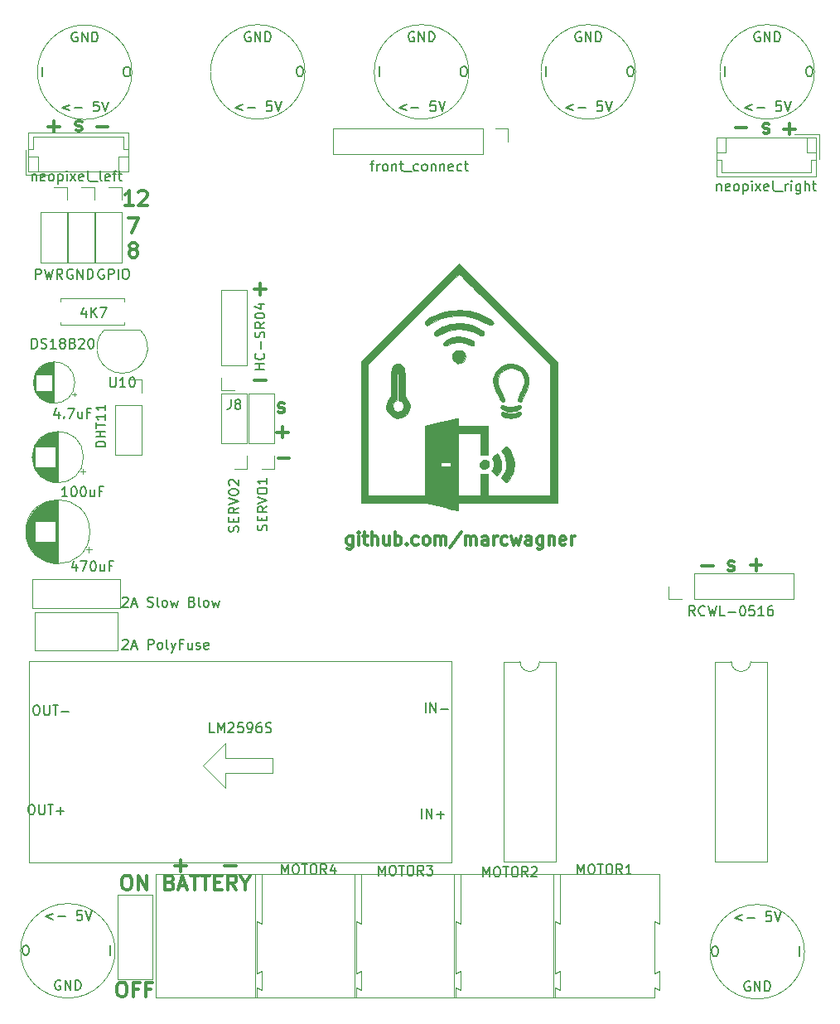
<source format=gbr>
G04 #@! TF.GenerationSoftware,KiCad,Pcbnew,5.1.5+dfsg1-2build2*
G04 #@! TF.CreationDate,2020-06-26T22:01:47+02:00*
G04 #@! TF.ProjectId,robo-car,726f626f-2d63-4617-922e-6b696361645f,rev?*
G04 #@! TF.SameCoordinates,Original*
G04 #@! TF.FileFunction,Legend,Top*
G04 #@! TF.FilePolarity,Positive*
%FSLAX46Y46*%
G04 Gerber Fmt 4.6, Leading zero omitted, Abs format (unit mm)*
G04 Created by KiCad (PCBNEW 5.1.5+dfsg1-2build2) date 2020-06-26 22:01:47*
%MOMM*%
%LPD*%
G04 APERTURE LIST*
%ADD10C,0.325000*%
%ADD11C,0.300000*%
%ADD12C,0.010000*%
%ADD13C,0.120000*%
%ADD14C,0.150000*%
G04 APERTURE END LIST*
D10*
X33969904Y-52553428D02*
X33969904Y-53605809D01*
X33908000Y-53729619D01*
X33846095Y-53791523D01*
X33722285Y-53853428D01*
X33536571Y-53853428D01*
X33412761Y-53791523D01*
X33969904Y-53358190D02*
X33846095Y-53420095D01*
X33598476Y-53420095D01*
X33474666Y-53358190D01*
X33412761Y-53296285D01*
X33350857Y-53172476D01*
X33350857Y-52801047D01*
X33412761Y-52677238D01*
X33474666Y-52615333D01*
X33598476Y-52553428D01*
X33846095Y-52553428D01*
X33969904Y-52615333D01*
X34588952Y-53420095D02*
X34588952Y-52553428D01*
X34588952Y-52120095D02*
X34527047Y-52182000D01*
X34588952Y-52243904D01*
X34650857Y-52182000D01*
X34588952Y-52120095D01*
X34588952Y-52243904D01*
X35022285Y-52553428D02*
X35517523Y-52553428D01*
X35208000Y-52120095D02*
X35208000Y-53234380D01*
X35269904Y-53358190D01*
X35393714Y-53420095D01*
X35517523Y-53420095D01*
X35950857Y-53420095D02*
X35950857Y-52120095D01*
X36508000Y-53420095D02*
X36508000Y-52739142D01*
X36446095Y-52615333D01*
X36322285Y-52553428D01*
X36136571Y-52553428D01*
X36012761Y-52615333D01*
X35950857Y-52677238D01*
X37684190Y-52553428D02*
X37684190Y-53420095D01*
X37127047Y-52553428D02*
X37127047Y-53234380D01*
X37188952Y-53358190D01*
X37312761Y-53420095D01*
X37498476Y-53420095D01*
X37622285Y-53358190D01*
X37684190Y-53296285D01*
X38303238Y-53420095D02*
X38303238Y-52120095D01*
X38303238Y-52615333D02*
X38427047Y-52553428D01*
X38674666Y-52553428D01*
X38798476Y-52615333D01*
X38860380Y-52677238D01*
X38922285Y-52801047D01*
X38922285Y-53172476D01*
X38860380Y-53296285D01*
X38798476Y-53358190D01*
X38674666Y-53420095D01*
X38427047Y-53420095D01*
X38303238Y-53358190D01*
X39479428Y-53296285D02*
X39541333Y-53358190D01*
X39479428Y-53420095D01*
X39417523Y-53358190D01*
X39479428Y-53296285D01*
X39479428Y-53420095D01*
X40655619Y-53358190D02*
X40531809Y-53420095D01*
X40284190Y-53420095D01*
X40160380Y-53358190D01*
X40098476Y-53296285D01*
X40036571Y-53172476D01*
X40036571Y-52801047D01*
X40098476Y-52677238D01*
X40160380Y-52615333D01*
X40284190Y-52553428D01*
X40531809Y-52553428D01*
X40655619Y-52615333D01*
X41398476Y-53420095D02*
X41274666Y-53358190D01*
X41212761Y-53296285D01*
X41150857Y-53172476D01*
X41150857Y-52801047D01*
X41212761Y-52677238D01*
X41274666Y-52615333D01*
X41398476Y-52553428D01*
X41584190Y-52553428D01*
X41708000Y-52615333D01*
X41769904Y-52677238D01*
X41831809Y-52801047D01*
X41831809Y-53172476D01*
X41769904Y-53296285D01*
X41708000Y-53358190D01*
X41584190Y-53420095D01*
X41398476Y-53420095D01*
X42388952Y-53420095D02*
X42388952Y-52553428D01*
X42388952Y-52677238D02*
X42450857Y-52615333D01*
X42574666Y-52553428D01*
X42760380Y-52553428D01*
X42884190Y-52615333D01*
X42946095Y-52739142D01*
X42946095Y-53420095D01*
X42946095Y-52739142D02*
X43008000Y-52615333D01*
X43131809Y-52553428D01*
X43317523Y-52553428D01*
X43441333Y-52615333D01*
X43503238Y-52739142D01*
X43503238Y-53420095D01*
X45050857Y-52058190D02*
X43936571Y-53729619D01*
X45484190Y-53420095D02*
X45484190Y-52553428D01*
X45484190Y-52677238D02*
X45546095Y-52615333D01*
X45669904Y-52553428D01*
X45855619Y-52553428D01*
X45979428Y-52615333D01*
X46041333Y-52739142D01*
X46041333Y-53420095D01*
X46041333Y-52739142D02*
X46103238Y-52615333D01*
X46227047Y-52553428D01*
X46412761Y-52553428D01*
X46536571Y-52615333D01*
X46598476Y-52739142D01*
X46598476Y-53420095D01*
X47774666Y-53420095D02*
X47774666Y-52739142D01*
X47712761Y-52615333D01*
X47588952Y-52553428D01*
X47341333Y-52553428D01*
X47217523Y-52615333D01*
X47774666Y-53358190D02*
X47650857Y-53420095D01*
X47341333Y-53420095D01*
X47217523Y-53358190D01*
X47155619Y-53234380D01*
X47155619Y-53110571D01*
X47217523Y-52986761D01*
X47341333Y-52924857D01*
X47650857Y-52924857D01*
X47774666Y-52862952D01*
X48393714Y-53420095D02*
X48393714Y-52553428D01*
X48393714Y-52801047D02*
X48455619Y-52677238D01*
X48517523Y-52615333D01*
X48641333Y-52553428D01*
X48765142Y-52553428D01*
X49755619Y-53358190D02*
X49631809Y-53420095D01*
X49384190Y-53420095D01*
X49260380Y-53358190D01*
X49198476Y-53296285D01*
X49136571Y-53172476D01*
X49136571Y-52801047D01*
X49198476Y-52677238D01*
X49260380Y-52615333D01*
X49384190Y-52553428D01*
X49631809Y-52553428D01*
X49755619Y-52615333D01*
X50188952Y-52553428D02*
X50436571Y-53420095D01*
X50684190Y-52801047D01*
X50931809Y-53420095D01*
X51179428Y-52553428D01*
X52231809Y-53420095D02*
X52231809Y-52739142D01*
X52169904Y-52615333D01*
X52046095Y-52553428D01*
X51798476Y-52553428D01*
X51674666Y-52615333D01*
X52231809Y-53358190D02*
X52108000Y-53420095D01*
X51798476Y-53420095D01*
X51674666Y-53358190D01*
X51612761Y-53234380D01*
X51612761Y-53110571D01*
X51674666Y-52986761D01*
X51798476Y-52924857D01*
X52108000Y-52924857D01*
X52231809Y-52862952D01*
X53408000Y-52553428D02*
X53408000Y-53605809D01*
X53346095Y-53729619D01*
X53284190Y-53791523D01*
X53160380Y-53853428D01*
X52974666Y-53853428D01*
X52850857Y-53791523D01*
X53408000Y-53358190D02*
X53284190Y-53420095D01*
X53036571Y-53420095D01*
X52912761Y-53358190D01*
X52850857Y-53296285D01*
X52788952Y-53172476D01*
X52788952Y-52801047D01*
X52850857Y-52677238D01*
X52912761Y-52615333D01*
X53036571Y-52553428D01*
X53284190Y-52553428D01*
X53408000Y-52615333D01*
X54027047Y-52553428D02*
X54027047Y-53420095D01*
X54027047Y-52677238D02*
X54088952Y-52615333D01*
X54212761Y-52553428D01*
X54398476Y-52553428D01*
X54522285Y-52615333D01*
X54584190Y-52739142D01*
X54584190Y-53420095D01*
X55698476Y-53358190D02*
X55574666Y-53420095D01*
X55327047Y-53420095D01*
X55203238Y-53358190D01*
X55141333Y-53234380D01*
X55141333Y-52739142D01*
X55203238Y-52615333D01*
X55327047Y-52553428D01*
X55574666Y-52553428D01*
X55698476Y-52615333D01*
X55760380Y-52739142D01*
X55760380Y-52862952D01*
X55141333Y-52986761D01*
X56317523Y-53420095D02*
X56317523Y-52553428D01*
X56317523Y-52801047D02*
X56379428Y-52677238D01*
X56441333Y-52615333D01*
X56565142Y-52553428D01*
X56688952Y-52553428D01*
D11*
X15300000Y-87903857D02*
X15514285Y-87975285D01*
X15585714Y-88046714D01*
X15657142Y-88189571D01*
X15657142Y-88403857D01*
X15585714Y-88546714D01*
X15514285Y-88618142D01*
X15371428Y-88689571D01*
X14800000Y-88689571D01*
X14800000Y-87189571D01*
X15300000Y-87189571D01*
X15442857Y-87261000D01*
X15514285Y-87332428D01*
X15585714Y-87475285D01*
X15585714Y-87618142D01*
X15514285Y-87761000D01*
X15442857Y-87832428D01*
X15300000Y-87903857D01*
X14800000Y-87903857D01*
X16228571Y-88261000D02*
X16942857Y-88261000D01*
X16085714Y-88689571D02*
X16585714Y-87189571D01*
X17085714Y-88689571D01*
X17371428Y-87189571D02*
X18228571Y-87189571D01*
X17800000Y-88689571D02*
X17800000Y-87189571D01*
X18514285Y-87189571D02*
X19371428Y-87189571D01*
X18942857Y-88689571D02*
X18942857Y-87189571D01*
X19871428Y-87903857D02*
X20371428Y-87903857D01*
X20585714Y-88689571D02*
X19871428Y-88689571D01*
X19871428Y-87189571D01*
X20585714Y-87189571D01*
X22085714Y-88689571D02*
X21585714Y-87975285D01*
X21228571Y-88689571D02*
X21228571Y-87189571D01*
X21800000Y-87189571D01*
X21942857Y-87261000D01*
X22014285Y-87332428D01*
X22085714Y-87475285D01*
X22085714Y-87689571D01*
X22014285Y-87832428D01*
X21942857Y-87903857D01*
X21800000Y-87975285D01*
X21228571Y-87975285D01*
X23014285Y-87975285D02*
X23014285Y-88689571D01*
X22514285Y-87189571D02*
X23014285Y-87975285D01*
X23514285Y-87189571D01*
X10255428Y-98111571D02*
X10541142Y-98111571D01*
X10684000Y-98183000D01*
X10826857Y-98325857D01*
X10898285Y-98611571D01*
X10898285Y-99111571D01*
X10826857Y-99397285D01*
X10684000Y-99540142D01*
X10541142Y-99611571D01*
X10255428Y-99611571D01*
X10112571Y-99540142D01*
X9969714Y-99397285D01*
X9898285Y-99111571D01*
X9898285Y-98611571D01*
X9969714Y-98325857D01*
X10112571Y-98183000D01*
X10255428Y-98111571D01*
X12041142Y-98825857D02*
X11541142Y-98825857D01*
X11541142Y-99611571D02*
X11541142Y-98111571D01*
X12255428Y-98111571D01*
X13326857Y-98825857D02*
X12826857Y-98825857D01*
X12826857Y-99611571D02*
X12826857Y-98111571D01*
X13541142Y-98111571D01*
X10755428Y-87189571D02*
X11041142Y-87189571D01*
X11184000Y-87261000D01*
X11326857Y-87403857D01*
X11398285Y-87689571D01*
X11398285Y-88189571D01*
X11326857Y-88475285D01*
X11184000Y-88618142D01*
X11041142Y-88689571D01*
X10755428Y-88689571D01*
X10612571Y-88618142D01*
X10469714Y-88475285D01*
X10398285Y-88189571D01*
X10398285Y-87689571D01*
X10469714Y-87403857D01*
X10612571Y-87261000D01*
X10755428Y-87189571D01*
X12041142Y-88689571D02*
X12041142Y-87189571D01*
X12898285Y-88689571D01*
X12898285Y-87189571D01*
X22034428Y-86213142D02*
X20891571Y-86213142D01*
X16954428Y-86213142D02*
X15811571Y-86213142D01*
X16383000Y-86784571D02*
X16383000Y-85641714D01*
X74612571Y-55479142D02*
X75755428Y-55479142D01*
X75184000Y-56050571D02*
X75184000Y-54907714D01*
X69659571Y-55518857D02*
X70802428Y-55518857D01*
X72322571Y-55979142D02*
X72465428Y-56050571D01*
X72751142Y-56050571D01*
X72894000Y-55979142D01*
X72965428Y-55836285D01*
X72965428Y-55764857D01*
X72894000Y-55622000D01*
X72751142Y-55550571D01*
X72536857Y-55550571D01*
X72394000Y-55479142D01*
X72322571Y-55336285D01*
X72322571Y-55264857D01*
X72394000Y-55122000D01*
X72536857Y-55050571D01*
X72751142Y-55050571D01*
X72894000Y-55122000D01*
X26348571Y-39850142D02*
X26491428Y-39921571D01*
X26777142Y-39921571D01*
X26920000Y-39850142D01*
X26991428Y-39707285D01*
X26991428Y-39635857D01*
X26920000Y-39493000D01*
X26777142Y-39421571D01*
X26562857Y-39421571D01*
X26420000Y-39350142D01*
X26348571Y-39207285D01*
X26348571Y-39135857D01*
X26420000Y-38993000D01*
X26562857Y-38921571D01*
X26777142Y-38921571D01*
X26920000Y-38993000D01*
X27368428Y-41890142D02*
X26225571Y-41890142D01*
X26797000Y-42461571D02*
X26797000Y-41318714D01*
X27495428Y-44557142D02*
X26352571Y-44557142D01*
X25082428Y-27285142D02*
X23939571Y-27285142D01*
X24511000Y-27856571D02*
X24511000Y-26713714D01*
X25082428Y-36556142D02*
X23939571Y-36556142D01*
X11525285Y-18712571D02*
X10668142Y-18712571D01*
X11096714Y-18712571D02*
X11096714Y-17212571D01*
X10953857Y-17426857D01*
X10811000Y-17569714D01*
X10668142Y-17641142D01*
X12096714Y-17355428D02*
X12168142Y-17284000D01*
X12311000Y-17212571D01*
X12668142Y-17212571D01*
X12811000Y-17284000D01*
X12882428Y-17355428D01*
X12953857Y-17498285D01*
X12953857Y-17641142D01*
X12882428Y-17855428D01*
X12025285Y-18712571D01*
X12953857Y-18712571D01*
X11414142Y-23189428D02*
X11271285Y-23118000D01*
X11199857Y-23046571D01*
X11128428Y-22903714D01*
X11128428Y-22832285D01*
X11199857Y-22689428D01*
X11271285Y-22618000D01*
X11414142Y-22546571D01*
X11699857Y-22546571D01*
X11842714Y-22618000D01*
X11914142Y-22689428D01*
X11985571Y-22832285D01*
X11985571Y-22903714D01*
X11914142Y-23046571D01*
X11842714Y-23118000D01*
X11699857Y-23189428D01*
X11414142Y-23189428D01*
X11271285Y-23260857D01*
X11199857Y-23332285D01*
X11128428Y-23475142D01*
X11128428Y-23760857D01*
X11199857Y-23903714D01*
X11271285Y-23975142D01*
X11414142Y-24046571D01*
X11699857Y-24046571D01*
X11842714Y-23975142D01*
X11914142Y-23903714D01*
X11985571Y-23760857D01*
X11985571Y-23475142D01*
X11914142Y-23332285D01*
X11842714Y-23260857D01*
X11699857Y-23189428D01*
X11057000Y-20006571D02*
X12057000Y-20006571D01*
X11414142Y-21506571D01*
X74231428Y-10775142D02*
X73088571Y-10775142D01*
X79184428Y-10902142D02*
X78041571Y-10902142D01*
X78613000Y-11473571D02*
X78613000Y-10330714D01*
X76521428Y-10441857D02*
X76378571Y-10370428D01*
X76092857Y-10370428D01*
X75950000Y-10441857D01*
X75878571Y-10584714D01*
X75878571Y-10656142D01*
X75950000Y-10799000D01*
X76092857Y-10870428D01*
X76307142Y-10870428D01*
X76450000Y-10941857D01*
X76521428Y-11084714D01*
X76521428Y-11156142D01*
X76450000Y-11299000D01*
X76307142Y-11370428D01*
X76092857Y-11370428D01*
X75950000Y-11299000D01*
X6290428Y-10187857D02*
X6147571Y-10116428D01*
X5861857Y-10116428D01*
X5719000Y-10187857D01*
X5647571Y-10330714D01*
X5647571Y-10402142D01*
X5719000Y-10545000D01*
X5861857Y-10616428D01*
X6076142Y-10616428D01*
X6219000Y-10687857D01*
X6290428Y-10830714D01*
X6290428Y-10902142D01*
X6219000Y-11045000D01*
X6076142Y-11116428D01*
X5861857Y-11116428D01*
X5719000Y-11045000D01*
X8953428Y-10648142D02*
X7810571Y-10648142D01*
X4000428Y-10648142D02*
X2857571Y-10648142D01*
X3429000Y-11219571D02*
X3429000Y-10076714D01*
D12*
G36*
X45398800Y-29447706D02*
G01*
X45860081Y-29493267D01*
X46164500Y-29549862D01*
X46426148Y-29628823D01*
X46743934Y-29747509D01*
X47090051Y-29892965D01*
X47436688Y-30052236D01*
X47756037Y-30212368D01*
X48020289Y-30360406D01*
X48201636Y-30483394D01*
X48238159Y-30515886D01*
X48338838Y-30640674D01*
X48347593Y-30742861D01*
X48326028Y-30792774D01*
X48229175Y-30913835D01*
X48098532Y-30954317D01*
X47915639Y-30912870D01*
X47662035Y-30788148D01*
X47575538Y-30737938D01*
X46852523Y-30378099D01*
X46096012Y-30131952D01*
X45320150Y-29999201D01*
X44539080Y-29979550D01*
X43766946Y-30072703D01*
X43017893Y-30278364D01*
X42306065Y-30596236D01*
X41878250Y-30857274D01*
X41713681Y-30955948D01*
X41594877Y-30978456D01*
X41471839Y-30932047D01*
X41449625Y-30919413D01*
X41353011Y-30801682D01*
X41353001Y-30642937D01*
X41445084Y-30479011D01*
X41513125Y-30414861D01*
X41722701Y-30277006D01*
X42019653Y-30117476D01*
X42369811Y-29951424D01*
X42739007Y-29793999D01*
X43093072Y-29660353D01*
X43397838Y-29565636D01*
X43465750Y-29549038D01*
X43879961Y-29481143D01*
X44367619Y-29441631D01*
X44887606Y-29430489D01*
X45398800Y-29447706D01*
G37*
X45398800Y-29447706D02*
X45860081Y-29493267D01*
X46164500Y-29549862D01*
X46426148Y-29628823D01*
X46743934Y-29747509D01*
X47090051Y-29892965D01*
X47436688Y-30052236D01*
X47756037Y-30212368D01*
X48020289Y-30360406D01*
X48201636Y-30483394D01*
X48238159Y-30515886D01*
X48338838Y-30640674D01*
X48347593Y-30742861D01*
X48326028Y-30792774D01*
X48229175Y-30913835D01*
X48098532Y-30954317D01*
X47915639Y-30912870D01*
X47662035Y-30788148D01*
X47575538Y-30737938D01*
X46852523Y-30378099D01*
X46096012Y-30131952D01*
X45320150Y-29999201D01*
X44539080Y-29979550D01*
X43766946Y-30072703D01*
X43017893Y-30278364D01*
X42306065Y-30596236D01*
X41878250Y-30857274D01*
X41713681Y-30955948D01*
X41594877Y-30978456D01*
X41471839Y-30932047D01*
X41449625Y-30919413D01*
X41353011Y-30801682D01*
X41353001Y-30642937D01*
X41445084Y-30479011D01*
X41513125Y-30414861D01*
X41722701Y-30277006D01*
X42019653Y-30117476D01*
X42369811Y-29951424D01*
X42739007Y-29793999D01*
X43093072Y-29660353D01*
X43397838Y-29565636D01*
X43465750Y-29549038D01*
X43879961Y-29481143D01*
X44367619Y-29441631D01*
X44887606Y-29430489D01*
X45398800Y-29447706D01*
G36*
X45028338Y-30761261D02*
G01*
X45085000Y-30765928D01*
X45566800Y-30839220D01*
X46054428Y-30962876D01*
X46515655Y-31125341D01*
X46918251Y-31315060D01*
X47229989Y-31520476D01*
X47259875Y-31545731D01*
X47357660Y-31695774D01*
X47357797Y-31857954D01*
X47263918Y-31987255D01*
X47222315Y-32010967D01*
X47116286Y-32039426D01*
X46997953Y-32015124D01*
X46828648Y-31927688D01*
X46761940Y-31887476D01*
X46141650Y-31576604D01*
X45501246Y-31389843D01*
X44848169Y-31327330D01*
X44189864Y-31389202D01*
X43533771Y-31575597D01*
X43008366Y-31818336D01*
X42794943Y-31933204D01*
X42628663Y-32020073D01*
X42537232Y-32064562D01*
X42528377Y-32067500D01*
X42465682Y-32034787D01*
X42392356Y-31984567D01*
X42292442Y-31857324D01*
X42303233Y-31713919D01*
X42410464Y-31560809D01*
X42599870Y-31404450D01*
X42857185Y-31251297D01*
X43168145Y-31107807D01*
X43518484Y-30980436D01*
X43893938Y-30875639D01*
X44280242Y-30799874D01*
X44663130Y-30759596D01*
X45028338Y-30761261D01*
G37*
X45028338Y-30761261D02*
X45085000Y-30765928D01*
X45566800Y-30839220D01*
X46054428Y-30962876D01*
X46515655Y-31125341D01*
X46918251Y-31315060D01*
X47229989Y-31520476D01*
X47259875Y-31545731D01*
X47357660Y-31695774D01*
X47357797Y-31857954D01*
X47263918Y-31987255D01*
X47222315Y-32010967D01*
X47116286Y-32039426D01*
X46997953Y-32015124D01*
X46828648Y-31927688D01*
X46761940Y-31887476D01*
X46141650Y-31576604D01*
X45501246Y-31389843D01*
X44848169Y-31327330D01*
X44189864Y-31389202D01*
X43533771Y-31575597D01*
X43008366Y-31818336D01*
X42794943Y-31933204D01*
X42628663Y-32020073D01*
X42537232Y-32064562D01*
X42528377Y-32067500D01*
X42465682Y-32034787D01*
X42392356Y-31984567D01*
X42292442Y-31857324D01*
X42303233Y-31713919D01*
X42410464Y-31560809D01*
X42599870Y-31404450D01*
X42857185Y-31251297D01*
X43168145Y-31107807D01*
X43518484Y-30980436D01*
X43893938Y-30875639D01*
X44280242Y-30799874D01*
X44663130Y-30759596D01*
X45028338Y-30761261D01*
G36*
X45311231Y-32191679D02*
G01*
X45855996Y-32357813D01*
X46016467Y-32432667D01*
X46217303Y-32540132D01*
X46328581Y-32623469D01*
X46376372Y-32711084D01*
X46386744Y-32831379D01*
X46386750Y-32836122D01*
X46372073Y-32986544D01*
X46308917Y-33052758D01*
X46223545Y-33070740D01*
X46079459Y-33052749D01*
X45876650Y-32986515D01*
X45715545Y-32914063D01*
X45516762Y-32822728D01*
X45333579Y-32769058D01*
X45118200Y-32743448D01*
X44831000Y-32736322D01*
X44537831Y-32741527D01*
X44322702Y-32766058D01*
X44137043Y-32819275D01*
X43935670Y-32908875D01*
X43652942Y-33031294D01*
X43452707Y-33075625D01*
X43318211Y-33043022D01*
X43243500Y-32956500D01*
X43209849Y-32804145D01*
X43283900Y-32659284D01*
X43472599Y-32512704D01*
X43650370Y-32416845D01*
X44190107Y-32221072D01*
X44749831Y-32146057D01*
X45311231Y-32191679D01*
G37*
X45311231Y-32191679D02*
X45855996Y-32357813D01*
X46016467Y-32432667D01*
X46217303Y-32540132D01*
X46328581Y-32623469D01*
X46376372Y-32711084D01*
X46386744Y-32831379D01*
X46386750Y-32836122D01*
X46372073Y-32986544D01*
X46308917Y-33052758D01*
X46223545Y-33070740D01*
X46079459Y-33052749D01*
X45876650Y-32986515D01*
X45715545Y-32914063D01*
X45516762Y-32822728D01*
X45333579Y-32769058D01*
X45118200Y-32743448D01*
X44831000Y-32736322D01*
X44537831Y-32741527D01*
X44322702Y-32766058D01*
X44137043Y-32819275D01*
X43935670Y-32908875D01*
X43652942Y-33031294D01*
X43452707Y-33075625D01*
X43318211Y-33043022D01*
X43243500Y-32956500D01*
X43209849Y-32804145D01*
X43283900Y-32659284D01*
X43472599Y-32512704D01*
X43650370Y-32416845D01*
X44190107Y-32221072D01*
X44749831Y-32146057D01*
X45311231Y-32191679D01*
G36*
X45056872Y-33547687D02*
G01*
X45212118Y-33619186D01*
X45294562Y-33691380D01*
X45452582Y-33924386D01*
X45501934Y-34174838D01*
X45453778Y-34418106D01*
X45319274Y-34629565D01*
X45109582Y-34784587D01*
X44835863Y-34858545D01*
X44764303Y-34861500D01*
X44575523Y-34818786D01*
X44382274Y-34678510D01*
X44348400Y-34645600D01*
X44182647Y-34407285D01*
X44128886Y-34158455D01*
X44176770Y-33922687D01*
X44315952Y-33723559D01*
X44536087Y-33584649D01*
X44826826Y-33529533D01*
X44838215Y-33529411D01*
X45056872Y-33547687D01*
G37*
X45056872Y-33547687D02*
X45212118Y-33619186D01*
X45294562Y-33691380D01*
X45452582Y-33924386D01*
X45501934Y-34174838D01*
X45453778Y-34418106D01*
X45319274Y-34629565D01*
X45109582Y-34784587D01*
X44835863Y-34858545D01*
X44764303Y-34861500D01*
X44575523Y-34818786D01*
X44382274Y-34678510D01*
X44348400Y-34645600D01*
X44182647Y-34407285D01*
X44128886Y-34158455D01*
X44176770Y-33922687D01*
X44315952Y-33723559D01*
X44536087Y-33584649D01*
X44826826Y-33529533D01*
X44838215Y-33529411D01*
X45056872Y-33547687D01*
G36*
X50663181Y-34961283D02*
G01*
X51060184Y-35141988D01*
X51419961Y-35427503D01*
X51657685Y-35715284D01*
X51776894Y-35893146D01*
X51851290Y-36031758D01*
X51891435Y-36170851D01*
X51907894Y-36350157D01*
X51911228Y-36609409D01*
X51911250Y-36669064D01*
X51908736Y-36936078D01*
X51894307Y-37134409D01*
X51857631Y-37305085D01*
X51788377Y-37489132D01*
X51676213Y-37727577D01*
X51611952Y-37857584D01*
X51479890Y-38127400D01*
X51363513Y-38372045D01*
X51278393Y-38558424D01*
X51246724Y-38633897D01*
X51165516Y-38763080D01*
X51046416Y-38787306D01*
X51044507Y-38787028D01*
X50913556Y-38750059D01*
X50843782Y-38676545D01*
X50836233Y-38550626D01*
X50891955Y-38356441D01*
X51011994Y-38078130D01*
X51103866Y-37887402D01*
X51241815Y-37595113D01*
X51362401Y-37317596D01*
X51451107Y-37089586D01*
X51489931Y-36963668D01*
X51512827Y-36587225D01*
X51425269Y-36213659D01*
X51240317Y-35875404D01*
X50971028Y-35604897D01*
X50931772Y-35577251D01*
X50549548Y-35389252D01*
X50153917Y-35325379D01*
X49758224Y-35385611D01*
X49375813Y-35569929D01*
X49361540Y-35579504D01*
X49076851Y-35825796D01*
X48897044Y-36117130D01*
X48811061Y-36475618D01*
X48799750Y-36703000D01*
X48805097Y-36893293D01*
X48827953Y-37057418D01*
X48878539Y-37228026D01*
X48967073Y-37437770D01*
X49103776Y-37719303D01*
X49141161Y-37793782D01*
X49297869Y-38116612D01*
X49395942Y-38349963D01*
X49442273Y-38513145D01*
X49443757Y-38625466D01*
X49441576Y-38635157D01*
X49362123Y-38762462D01*
X49239135Y-38799391D01*
X49118690Y-38734397D01*
X49106541Y-38719125D01*
X49058214Y-38633683D01*
X48968455Y-38458163D01*
X48849728Y-38217481D01*
X48714499Y-37936554D01*
X48703263Y-37912924D01*
X48549527Y-37579367D01*
X48445973Y-37324437D01*
X48382063Y-37115213D01*
X48347260Y-36918779D01*
X48333857Y-36758931D01*
X48329213Y-36487956D01*
X48359187Y-36278537D01*
X48434914Y-36067420D01*
X48468590Y-35993506D01*
X48725510Y-35577060D01*
X49049043Y-35256364D01*
X49421883Y-35032928D01*
X49826724Y-34908263D01*
X50246259Y-34883878D01*
X50663181Y-34961283D01*
G37*
X50663181Y-34961283D02*
X51060184Y-35141988D01*
X51419961Y-35427503D01*
X51657685Y-35715284D01*
X51776894Y-35893146D01*
X51851290Y-36031758D01*
X51891435Y-36170851D01*
X51907894Y-36350157D01*
X51911228Y-36609409D01*
X51911250Y-36669064D01*
X51908736Y-36936078D01*
X51894307Y-37134409D01*
X51857631Y-37305085D01*
X51788377Y-37489132D01*
X51676213Y-37727577D01*
X51611952Y-37857584D01*
X51479890Y-38127400D01*
X51363513Y-38372045D01*
X51278393Y-38558424D01*
X51246724Y-38633897D01*
X51165516Y-38763080D01*
X51046416Y-38787306D01*
X51044507Y-38787028D01*
X50913556Y-38750059D01*
X50843782Y-38676545D01*
X50836233Y-38550626D01*
X50891955Y-38356441D01*
X51011994Y-38078130D01*
X51103866Y-37887402D01*
X51241815Y-37595113D01*
X51362401Y-37317596D01*
X51451107Y-37089586D01*
X51489931Y-36963668D01*
X51512827Y-36587225D01*
X51425269Y-36213659D01*
X51240317Y-35875404D01*
X50971028Y-35604897D01*
X50931772Y-35577251D01*
X50549548Y-35389252D01*
X50153917Y-35325379D01*
X49758224Y-35385611D01*
X49375813Y-35569929D01*
X49361540Y-35579504D01*
X49076851Y-35825796D01*
X48897044Y-36117130D01*
X48811061Y-36475618D01*
X48799750Y-36703000D01*
X48805097Y-36893293D01*
X48827953Y-37057418D01*
X48878539Y-37228026D01*
X48967073Y-37437770D01*
X49103776Y-37719303D01*
X49141161Y-37793782D01*
X49297869Y-38116612D01*
X49395942Y-38349963D01*
X49442273Y-38513145D01*
X49443757Y-38625466D01*
X49441576Y-38635157D01*
X49362123Y-38762462D01*
X49239135Y-38799391D01*
X49118690Y-38734397D01*
X49106541Y-38719125D01*
X49058214Y-38633683D01*
X48968455Y-38458163D01*
X48849728Y-38217481D01*
X48714499Y-37936554D01*
X48703263Y-37912924D01*
X48549527Y-37579367D01*
X48445973Y-37324437D01*
X48382063Y-37115213D01*
X48347260Y-36918779D01*
X48333857Y-36758931D01*
X48329213Y-36487956D01*
X48359187Y-36278537D01*
X48434914Y-36067420D01*
X48468590Y-35993506D01*
X48725510Y-35577060D01*
X49049043Y-35256364D01*
X49421883Y-35032928D01*
X49826724Y-34908263D01*
X50246259Y-34883878D01*
X50663181Y-34961283D01*
G36*
X49386708Y-39151175D02*
G01*
X49512513Y-39205263D01*
X49918225Y-39336706D01*
X50318034Y-39341293D01*
X50658834Y-39243039D01*
X50913118Y-39153716D01*
X51078383Y-39146478D01*
X51163797Y-39222863D01*
X51181000Y-39330592D01*
X51122172Y-39473442D01*
X50963050Y-39597048D01*
X50729677Y-39695127D01*
X50448097Y-39761396D01*
X50144352Y-39789574D01*
X49844484Y-39773377D01*
X49593500Y-39713553D01*
X49308690Y-39586673D01*
X49140581Y-39454522D01*
X49092402Y-39321327D01*
X49167382Y-39191319D01*
X49183800Y-39176968D01*
X49271478Y-39132849D01*
X49386708Y-39151175D01*
G37*
X49386708Y-39151175D02*
X49512513Y-39205263D01*
X49918225Y-39336706D01*
X50318034Y-39341293D01*
X50658834Y-39243039D01*
X50913118Y-39153716D01*
X51078383Y-39146478D01*
X51163797Y-39222863D01*
X51181000Y-39330592D01*
X51122172Y-39473442D01*
X50963050Y-39597048D01*
X50729677Y-39695127D01*
X50448097Y-39761396D01*
X50144352Y-39789574D01*
X49844484Y-39773377D01*
X49593500Y-39713553D01*
X49308690Y-39586673D01*
X49140581Y-39454522D01*
X49092402Y-39321327D01*
X49167382Y-39191319D01*
X49183800Y-39176968D01*
X49271478Y-39132849D01*
X49386708Y-39151175D01*
G36*
X51084466Y-39837459D02*
G01*
X51176959Y-39955945D01*
X51159720Y-40081132D01*
X51048863Y-40202650D01*
X50860504Y-40310130D01*
X50610757Y-40393205D01*
X50315737Y-40441504D01*
X50133250Y-40449500D01*
X49820875Y-40434290D01*
X49578324Y-40381604D01*
X49400579Y-40306625D01*
X49220103Y-40199988D01*
X49134862Y-40100122D01*
X49117250Y-40005000D01*
X49163576Y-39872182D01*
X49291786Y-39823296D01*
X49485730Y-39861540D01*
X49594819Y-39910432D01*
X49864086Y-39993233D01*
X50187256Y-40010490D01*
X50510184Y-39963406D01*
X50721950Y-39885422D01*
X50893198Y-39809127D01*
X51002684Y-39797529D01*
X51084466Y-39837459D01*
G37*
X51084466Y-39837459D02*
X51176959Y-39955945D01*
X51159720Y-40081132D01*
X51048863Y-40202650D01*
X50860504Y-40310130D01*
X50610757Y-40393205D01*
X50315737Y-40441504D01*
X50133250Y-40449500D01*
X49820875Y-40434290D01*
X49578324Y-40381604D01*
X49400579Y-40306625D01*
X49220103Y-40199988D01*
X49134862Y-40100122D01*
X49117250Y-40005000D01*
X49163576Y-39872182D01*
X49291786Y-39823296D01*
X49485730Y-39861540D01*
X49594819Y-39910432D01*
X49864086Y-39993233D01*
X50187256Y-40010490D01*
X50510184Y-39963406D01*
X50721950Y-39885422D01*
X50893198Y-39809127D01*
X51002684Y-39797529D01*
X51084466Y-39837459D01*
G36*
X38721167Y-34903843D02*
G01*
X38873115Y-34966159D01*
X39005508Y-35051996D01*
X39108013Y-35148987D01*
X39184397Y-35273754D01*
X39238428Y-35442915D01*
X39273876Y-35673091D01*
X39294508Y-35980902D01*
X39304093Y-36382969D01*
X39306401Y-36877075D01*
X39306500Y-38225901D01*
X39522637Y-38509056D01*
X39716535Y-38855103D01*
X39791629Y-39216731D01*
X39748273Y-39575163D01*
X39586821Y-39911620D01*
X39493941Y-40030531D01*
X39194927Y-40284333D01*
X38854654Y-40424820D01*
X38493100Y-40449046D01*
X38130242Y-40354063D01*
X37950220Y-40258203D01*
X37675563Y-40016322D01*
X37493857Y-39714037D01*
X37407843Y-39377150D01*
X37411196Y-39283823D01*
X38036549Y-39283823D01*
X38115210Y-39515443D01*
X38138544Y-39550930D01*
X38331299Y-39734573D01*
X38562044Y-39798553D01*
X38819186Y-39740126D01*
X38858268Y-39721179D01*
X39029724Y-39569598D01*
X39117482Y-39360281D01*
X39122414Y-39130001D01*
X39045392Y-38915531D01*
X38887291Y-38753647D01*
X38834637Y-38725445D01*
X38673676Y-38652106D01*
X38656713Y-37105988D01*
X38648554Y-36595737D01*
X38636503Y-36176335D01*
X38620999Y-35856325D01*
X38602482Y-35644254D01*
X38581393Y-35548665D01*
X38576250Y-35544060D01*
X38553898Y-35600760D01*
X38534488Y-35779166D01*
X38518298Y-36074014D01*
X38505604Y-36480038D01*
X38496684Y-36991971D01*
X38495733Y-37073465D01*
X38478717Y-38618680D01*
X38257608Y-38827213D01*
X38084203Y-39053269D01*
X38036549Y-39283823D01*
X37411196Y-39283823D01*
X37420263Y-39031468D01*
X37533857Y-38702792D01*
X37751367Y-38416929D01*
X37754327Y-38414138D01*
X37909499Y-38268362D01*
X37909499Y-36842301D01*
X37910193Y-36377260D01*
X37913234Y-36021280D01*
X37920059Y-35756424D01*
X37932108Y-35564756D01*
X37950819Y-35428339D01*
X37977630Y-35329237D01*
X38013980Y-35249513D01*
X38040922Y-35203594D01*
X38230228Y-34999373D01*
X38466801Y-34896654D01*
X38721167Y-34903843D01*
G37*
X38721167Y-34903843D02*
X38873115Y-34966159D01*
X39005508Y-35051996D01*
X39108013Y-35148987D01*
X39184397Y-35273754D01*
X39238428Y-35442915D01*
X39273876Y-35673091D01*
X39294508Y-35980902D01*
X39304093Y-36382969D01*
X39306401Y-36877075D01*
X39306500Y-38225901D01*
X39522637Y-38509056D01*
X39716535Y-38855103D01*
X39791629Y-39216731D01*
X39748273Y-39575163D01*
X39586821Y-39911620D01*
X39493941Y-40030531D01*
X39194927Y-40284333D01*
X38854654Y-40424820D01*
X38493100Y-40449046D01*
X38130242Y-40354063D01*
X37950220Y-40258203D01*
X37675563Y-40016322D01*
X37493857Y-39714037D01*
X37407843Y-39377150D01*
X37411196Y-39283823D01*
X38036549Y-39283823D01*
X38115210Y-39515443D01*
X38138544Y-39550930D01*
X38331299Y-39734573D01*
X38562044Y-39798553D01*
X38819186Y-39740126D01*
X38858268Y-39721179D01*
X39029724Y-39569598D01*
X39117482Y-39360281D01*
X39122414Y-39130001D01*
X39045392Y-38915531D01*
X38887291Y-38753647D01*
X38834637Y-38725445D01*
X38673676Y-38652106D01*
X38656713Y-37105988D01*
X38648554Y-36595737D01*
X38636503Y-36176335D01*
X38620999Y-35856325D01*
X38602482Y-35644254D01*
X38581393Y-35548665D01*
X38576250Y-35544060D01*
X38553898Y-35600760D01*
X38534488Y-35779166D01*
X38518298Y-36074014D01*
X38505604Y-36480038D01*
X38496684Y-36991971D01*
X38495733Y-37073465D01*
X38478717Y-38618680D01*
X38257608Y-38827213D01*
X38084203Y-39053269D01*
X38036549Y-39283823D01*
X37411196Y-39283823D01*
X37420263Y-39031468D01*
X37533857Y-38702792D01*
X37751367Y-38416929D01*
X37754327Y-38414138D01*
X37909499Y-38268362D01*
X37909499Y-36842301D01*
X37910193Y-36377260D01*
X37913234Y-36021280D01*
X37920059Y-35756424D01*
X37932108Y-35564756D01*
X37950819Y-35428339D01*
X37977630Y-35329237D01*
X38013980Y-35249513D01*
X38040922Y-35203594D01*
X38230228Y-34999373D01*
X38466801Y-34896654D01*
X38721167Y-34903843D01*
G36*
X47568815Y-44737356D02*
G01*
X47748488Y-44832338D01*
X47861587Y-44999462D01*
X47902505Y-45201086D01*
X47865633Y-45399571D01*
X47745363Y-45557274D01*
X47695714Y-45589139D01*
X47458030Y-45657812D01*
X47231584Y-45620729D01*
X47058108Y-45489186D01*
X46952954Y-45322375D01*
X46937919Y-45171333D01*
X47009257Y-44982482D01*
X47021053Y-44959346D01*
X47163912Y-44784635D01*
X47363225Y-44717754D01*
X47568815Y-44737356D01*
G37*
X47568815Y-44737356D02*
X47748488Y-44832338D01*
X47861587Y-44999462D01*
X47902505Y-45201086D01*
X47865633Y-45399571D01*
X47745363Y-45557274D01*
X47695714Y-45589139D01*
X47458030Y-45657812D01*
X47231584Y-45620729D01*
X47058108Y-45489186D01*
X46952954Y-45322375D01*
X46937919Y-45171333D01*
X47009257Y-44982482D01*
X47021053Y-44959346D01*
X47163912Y-44784635D01*
X47363225Y-44717754D01*
X47568815Y-44737356D01*
G36*
X48768977Y-44143843D02*
G01*
X48880121Y-44286087D01*
X48978829Y-44444350D01*
X49099848Y-44689679D01*
X49158035Y-44911651D01*
X49172812Y-45177582D01*
X49134449Y-45531326D01*
X49029728Y-45867623D01*
X48874205Y-46144171D01*
X48778340Y-46250391D01*
X48706617Y-46301800D01*
X48637371Y-46296284D01*
X48539216Y-46220726D01*
X48417305Y-46099520D01*
X48169723Y-45845974D01*
X48288257Y-45645311D01*
X48376655Y-45401791D01*
X48398480Y-45120178D01*
X48353365Y-44856534D01*
X48294233Y-44730628D01*
X48237796Y-44630761D01*
X48235286Y-44547988D01*
X48296513Y-44440665D01*
X48391612Y-44317176D01*
X48524341Y-44174970D01*
X48641651Y-44091693D01*
X48689002Y-44081726D01*
X48768977Y-44143843D01*
G37*
X48768977Y-44143843D02*
X48880121Y-44286087D01*
X48978829Y-44444350D01*
X49099848Y-44689679D01*
X49158035Y-44911651D01*
X49172812Y-45177582D01*
X49134449Y-45531326D01*
X49029728Y-45867623D01*
X48874205Y-46144171D01*
X48778340Y-46250391D01*
X48706617Y-46301800D01*
X48637371Y-46296284D01*
X48539216Y-46220726D01*
X48417305Y-46099520D01*
X48169723Y-45845974D01*
X48288257Y-45645311D01*
X48376655Y-45401791D01*
X48398480Y-45120178D01*
X48353365Y-44856534D01*
X48294233Y-44730628D01*
X48237796Y-44630761D01*
X48235286Y-44547988D01*
X48296513Y-44440665D01*
X48391612Y-44317176D01*
X48524341Y-44174970D01*
X48641651Y-44091693D01*
X48689002Y-44081726D01*
X48768977Y-44143843D01*
G36*
X49719921Y-43338392D02*
G01*
X49839494Y-43456750D01*
X49980939Y-43662902D01*
X50126576Y-43923955D01*
X50258724Y-44207020D01*
X50359702Y-44479205D01*
X50388504Y-44582120D01*
X50465756Y-45118817D01*
X50425854Y-45643480D01*
X50288366Y-46127885D01*
X50186137Y-46356087D01*
X50053259Y-46592509D01*
X49910745Y-46805540D01*
X49779606Y-46963568D01*
X49686495Y-47033391D01*
X49609543Y-47003374D01*
X49480227Y-46903251D01*
X49372910Y-46801200D01*
X49125079Y-46547398D01*
X49260937Y-46402783D01*
X49408820Y-46192496D01*
X49545986Y-45905833D01*
X49650643Y-45592936D01*
X49687531Y-45421241D01*
X49694006Y-45045873D01*
X49609338Y-44641704D01*
X49445001Y-44254756D01*
X49363211Y-44120555D01*
X49142113Y-43792004D01*
X49392638Y-43541479D01*
X49559369Y-43396256D01*
X49681123Y-43333908D01*
X49719921Y-43338392D01*
G37*
X49719921Y-43338392D02*
X49839494Y-43456750D01*
X49980939Y-43662902D01*
X50126576Y-43923955D01*
X50258724Y-44207020D01*
X50359702Y-44479205D01*
X50388504Y-44582120D01*
X50465756Y-45118817D01*
X50425854Y-45643480D01*
X50288366Y-46127885D01*
X50186137Y-46356087D01*
X50053259Y-46592509D01*
X49910745Y-46805540D01*
X49779606Y-46963568D01*
X49686495Y-47033391D01*
X49609543Y-47003374D01*
X49480227Y-46903251D01*
X49372910Y-46801200D01*
X49125079Y-46547398D01*
X49260937Y-46402783D01*
X49408820Y-46192496D01*
X49545986Y-45905833D01*
X49650643Y-45592936D01*
X49687531Y-45421241D01*
X49694006Y-45045873D01*
X49609338Y-44641704D01*
X49445001Y-44254756D01*
X49363211Y-44120555D01*
X49142113Y-43792004D01*
X49392638Y-43541479D01*
X49559369Y-43396256D01*
X49681123Y-43333908D01*
X49719921Y-43338392D01*
G36*
X49847500Y-29686250D02*
G01*
X54864000Y-34702448D01*
X54864000Y-49085500D01*
X44767500Y-49085500D01*
X44767500Y-49498250D01*
X44758384Y-49743755D01*
X44729508Y-49875262D01*
X44688125Y-49906249D01*
X44607219Y-49889743D01*
X44420646Y-49845738D01*
X44145702Y-49778504D01*
X43799683Y-49692310D01*
X43399885Y-49591422D01*
X43021250Y-49494886D01*
X41433750Y-49088273D01*
X38115875Y-49086886D01*
X34798000Y-49085500D01*
X34798000Y-34991481D01*
X35496500Y-34991481D01*
X35496500Y-48387000D01*
X41338500Y-48387000D01*
X41338500Y-44958000D01*
X42926000Y-44958000D01*
X42926000Y-45402500D01*
X43942000Y-45402500D01*
X43942000Y-44958000D01*
X42926000Y-44958000D01*
X41338500Y-44958000D01*
X41338500Y-44838912D01*
X41338499Y-41290825D01*
X43020404Y-40870162D01*
X43463195Y-40759702D01*
X43864704Y-40660090D01*
X44208744Y-40575297D01*
X44479128Y-40509295D01*
X44659665Y-40466057D01*
X44734170Y-40449553D01*
X44734904Y-40449500D01*
X44751506Y-40507433D01*
X44763246Y-40659010D01*
X44767500Y-40862250D01*
X44767500Y-41275000D01*
X47815500Y-41275000D01*
X47815500Y-44227750D01*
X47053500Y-44227750D01*
X47053500Y-42037000D01*
X44767500Y-42037000D01*
X44767500Y-48323500D01*
X47053500Y-48323500D01*
X47053500Y-46132750D01*
X47815500Y-46132750D01*
X47815500Y-48387000D01*
X54165500Y-48387000D01*
X54165500Y-41703785D01*
X54165499Y-35020571D01*
X49514286Y-30369035D01*
X48875492Y-29730638D01*
X48261749Y-29118136D01*
X47679031Y-28537446D01*
X47133316Y-27994484D01*
X46630577Y-27495167D01*
X46176791Y-27045411D01*
X45777932Y-26651132D01*
X45439976Y-26318248D01*
X45168899Y-26052673D01*
X44970675Y-25860326D01*
X44851281Y-25747121D01*
X44816397Y-25717499D01*
X44766018Y-25761465D01*
X44631927Y-25889412D01*
X44420107Y-26095414D01*
X44136544Y-26373545D01*
X43787222Y-26717881D01*
X43378126Y-27122494D01*
X42915242Y-27581459D01*
X42404554Y-28088851D01*
X41852047Y-28638743D01*
X41263706Y-29225210D01*
X40645516Y-29842327D01*
X40133110Y-30354490D01*
X35496500Y-34991481D01*
X34798000Y-34991481D01*
X34798000Y-34702448D01*
X39814500Y-29686250D01*
X44831000Y-24670051D01*
X49847500Y-29686250D01*
G37*
X49847500Y-29686250D02*
X54864000Y-34702448D01*
X54864000Y-49085500D01*
X44767500Y-49085500D01*
X44767500Y-49498250D01*
X44758384Y-49743755D01*
X44729508Y-49875262D01*
X44688125Y-49906249D01*
X44607219Y-49889743D01*
X44420646Y-49845738D01*
X44145702Y-49778504D01*
X43799683Y-49692310D01*
X43399885Y-49591422D01*
X43021250Y-49494886D01*
X41433750Y-49088273D01*
X38115875Y-49086886D01*
X34798000Y-49085500D01*
X34798000Y-34991481D01*
X35496500Y-34991481D01*
X35496500Y-48387000D01*
X41338500Y-48387000D01*
X41338500Y-44958000D01*
X42926000Y-44958000D01*
X42926000Y-45402500D01*
X43942000Y-45402500D01*
X43942000Y-44958000D01*
X42926000Y-44958000D01*
X41338500Y-44958000D01*
X41338500Y-44838912D01*
X41338499Y-41290825D01*
X43020404Y-40870162D01*
X43463195Y-40759702D01*
X43864704Y-40660090D01*
X44208744Y-40575297D01*
X44479128Y-40509295D01*
X44659665Y-40466057D01*
X44734170Y-40449553D01*
X44734904Y-40449500D01*
X44751506Y-40507433D01*
X44763246Y-40659010D01*
X44767500Y-40862250D01*
X44767500Y-41275000D01*
X47815500Y-41275000D01*
X47815500Y-44227750D01*
X47053500Y-44227750D01*
X47053500Y-42037000D01*
X44767500Y-42037000D01*
X44767500Y-48323500D01*
X47053500Y-48323500D01*
X47053500Y-46132750D01*
X47815500Y-46132750D01*
X47815500Y-48387000D01*
X54165500Y-48387000D01*
X54165500Y-41703785D01*
X54165499Y-35020571D01*
X49514286Y-30369035D01*
X48875492Y-29730638D01*
X48261749Y-29118136D01*
X47679031Y-28537446D01*
X47133316Y-27994484D01*
X46630577Y-27495167D01*
X46176791Y-27045411D01*
X45777932Y-26651132D01*
X45439976Y-26318248D01*
X45168899Y-26052673D01*
X44970675Y-25860326D01*
X44851281Y-25747121D01*
X44816397Y-25717499D01*
X44766018Y-25761465D01*
X44631927Y-25889412D01*
X44420107Y-26095414D01*
X44136544Y-26373545D01*
X43787222Y-26717881D01*
X43378126Y-27122494D01*
X42915242Y-27581459D01*
X42404554Y-28088851D01*
X41852047Y-28638743D01*
X41263706Y-29225210D01*
X40645516Y-29842327D01*
X40133110Y-30354490D01*
X35496500Y-34991481D01*
X34798000Y-34991481D01*
X34798000Y-34702448D01*
X39814500Y-29686250D01*
X44831000Y-24670051D01*
X49847500Y-29686250D01*
D13*
X65350000Y-87045000D02*
X54500000Y-87045000D01*
X65350000Y-92145000D02*
X65350000Y-87045000D01*
X64850000Y-91845000D02*
X65350000Y-92145000D01*
X64850000Y-97245000D02*
X64850000Y-91845000D01*
X65350000Y-96995000D02*
X64850000Y-97245000D01*
X65350000Y-97045000D02*
X65350000Y-96995000D01*
X65350000Y-98945000D02*
X65350000Y-97045000D01*
X64850000Y-98695000D02*
X65350000Y-98945000D01*
X64850000Y-99645000D02*
X64850000Y-98695000D01*
X54500000Y-99645000D02*
X64850000Y-99645000D01*
X54500000Y-87045000D02*
X54500000Y-99645000D01*
X44069000Y-85852000D02*
X889000Y-85852000D01*
X889000Y-85852000D02*
X889000Y-65278000D01*
X889000Y-65278000D02*
X44069000Y-65278000D01*
X44069000Y-65278000D02*
X44069000Y-85852000D01*
X25781000Y-76708000D02*
X20955000Y-76708000D01*
X25781000Y-76708000D02*
X25781000Y-75184000D01*
X25781000Y-75184000D02*
X20955000Y-75184000D01*
X20955000Y-75184000D02*
X20955000Y-73660000D01*
X20955000Y-73660000D02*
X18669000Y-75946000D01*
X20955000Y-76708000D02*
X20955000Y-78232000D01*
X20955000Y-78232000D02*
X18669000Y-75946000D01*
X6450000Y-44450000D02*
G75*
G03X6450000Y-44450000I-2620000J0D01*
G01*
X3830000Y-47030000D02*
X3830000Y-41870000D01*
X3790000Y-47030000D02*
X3790000Y-41870000D01*
X3750000Y-47029000D02*
X3750000Y-41871000D01*
X3710000Y-47028000D02*
X3710000Y-41872000D01*
X3670000Y-47026000D02*
X3670000Y-41874000D01*
X3630000Y-47023000D02*
X3630000Y-41877000D01*
X3590000Y-47019000D02*
X3590000Y-45490000D01*
X3590000Y-43410000D02*
X3590000Y-41881000D01*
X3550000Y-47015000D02*
X3550000Y-45490000D01*
X3550000Y-43410000D02*
X3550000Y-41885000D01*
X3510000Y-47011000D02*
X3510000Y-45490000D01*
X3510000Y-43410000D02*
X3510000Y-41889000D01*
X3470000Y-47006000D02*
X3470000Y-45490000D01*
X3470000Y-43410000D02*
X3470000Y-41894000D01*
X3430000Y-47000000D02*
X3430000Y-45490000D01*
X3430000Y-43410000D02*
X3430000Y-41900000D01*
X3390000Y-46993000D02*
X3390000Y-45490000D01*
X3390000Y-43410000D02*
X3390000Y-41907000D01*
X3350000Y-46986000D02*
X3350000Y-45490000D01*
X3350000Y-43410000D02*
X3350000Y-41914000D01*
X3310000Y-46978000D02*
X3310000Y-45490000D01*
X3310000Y-43410000D02*
X3310000Y-41922000D01*
X3270000Y-46970000D02*
X3270000Y-45490000D01*
X3270000Y-43410000D02*
X3270000Y-41930000D01*
X3230000Y-46961000D02*
X3230000Y-45490000D01*
X3230000Y-43410000D02*
X3230000Y-41939000D01*
X3190000Y-46951000D02*
X3190000Y-45490000D01*
X3190000Y-43410000D02*
X3190000Y-41949000D01*
X3150000Y-46941000D02*
X3150000Y-45490000D01*
X3150000Y-43410000D02*
X3150000Y-41959000D01*
X3109000Y-46930000D02*
X3109000Y-45490000D01*
X3109000Y-43410000D02*
X3109000Y-41970000D01*
X3069000Y-46918000D02*
X3069000Y-45490000D01*
X3069000Y-43410000D02*
X3069000Y-41982000D01*
X3029000Y-46905000D02*
X3029000Y-45490000D01*
X3029000Y-43410000D02*
X3029000Y-41995000D01*
X2989000Y-46892000D02*
X2989000Y-45490000D01*
X2989000Y-43410000D02*
X2989000Y-42008000D01*
X2949000Y-46878000D02*
X2949000Y-45490000D01*
X2949000Y-43410000D02*
X2949000Y-42022000D01*
X2909000Y-46864000D02*
X2909000Y-45490000D01*
X2909000Y-43410000D02*
X2909000Y-42036000D01*
X2869000Y-46848000D02*
X2869000Y-45490000D01*
X2869000Y-43410000D02*
X2869000Y-42052000D01*
X2829000Y-46832000D02*
X2829000Y-45490000D01*
X2829000Y-43410000D02*
X2829000Y-42068000D01*
X2789000Y-46815000D02*
X2789000Y-45490000D01*
X2789000Y-43410000D02*
X2789000Y-42085000D01*
X2749000Y-46798000D02*
X2749000Y-45490000D01*
X2749000Y-43410000D02*
X2749000Y-42102000D01*
X2709000Y-46779000D02*
X2709000Y-45490000D01*
X2709000Y-43410000D02*
X2709000Y-42121000D01*
X2669000Y-46760000D02*
X2669000Y-45490000D01*
X2669000Y-43410000D02*
X2669000Y-42140000D01*
X2629000Y-46740000D02*
X2629000Y-45490000D01*
X2629000Y-43410000D02*
X2629000Y-42160000D01*
X2589000Y-46718000D02*
X2589000Y-45490000D01*
X2589000Y-43410000D02*
X2589000Y-42182000D01*
X2549000Y-46697000D02*
X2549000Y-45490000D01*
X2549000Y-43410000D02*
X2549000Y-42203000D01*
X2509000Y-46674000D02*
X2509000Y-45490000D01*
X2509000Y-43410000D02*
X2509000Y-42226000D01*
X2469000Y-46650000D02*
X2469000Y-45490000D01*
X2469000Y-43410000D02*
X2469000Y-42250000D01*
X2429000Y-46625000D02*
X2429000Y-45490000D01*
X2429000Y-43410000D02*
X2429000Y-42275000D01*
X2389000Y-46599000D02*
X2389000Y-45490000D01*
X2389000Y-43410000D02*
X2389000Y-42301000D01*
X2349000Y-46572000D02*
X2349000Y-45490000D01*
X2349000Y-43410000D02*
X2349000Y-42328000D01*
X2309000Y-46545000D02*
X2309000Y-45490000D01*
X2309000Y-43410000D02*
X2309000Y-42355000D01*
X2269000Y-46515000D02*
X2269000Y-45490000D01*
X2269000Y-43410000D02*
X2269000Y-42385000D01*
X2229000Y-46485000D02*
X2229000Y-45490000D01*
X2229000Y-43410000D02*
X2229000Y-42415000D01*
X2189000Y-46454000D02*
X2189000Y-45490000D01*
X2189000Y-43410000D02*
X2189000Y-42446000D01*
X2149000Y-46421000D02*
X2149000Y-45490000D01*
X2149000Y-43410000D02*
X2149000Y-42479000D01*
X2109000Y-46387000D02*
X2109000Y-45490000D01*
X2109000Y-43410000D02*
X2109000Y-42513000D01*
X2069000Y-46351000D02*
X2069000Y-45490000D01*
X2069000Y-43410000D02*
X2069000Y-42549000D01*
X2029000Y-46314000D02*
X2029000Y-45490000D01*
X2029000Y-43410000D02*
X2029000Y-42586000D01*
X1989000Y-46276000D02*
X1989000Y-45490000D01*
X1989000Y-43410000D02*
X1989000Y-42624000D01*
X1949000Y-46235000D02*
X1949000Y-45490000D01*
X1949000Y-43410000D02*
X1949000Y-42665000D01*
X1909000Y-46193000D02*
X1909000Y-45490000D01*
X1909000Y-43410000D02*
X1909000Y-42707000D01*
X1869000Y-46149000D02*
X1869000Y-45490000D01*
X1869000Y-43410000D02*
X1869000Y-42751000D01*
X1829000Y-46103000D02*
X1829000Y-45490000D01*
X1829000Y-43410000D02*
X1829000Y-42797000D01*
X1789000Y-46055000D02*
X1789000Y-45490000D01*
X1789000Y-43410000D02*
X1789000Y-42845000D01*
X1749000Y-46004000D02*
X1749000Y-45490000D01*
X1749000Y-43410000D02*
X1749000Y-42896000D01*
X1709000Y-45950000D02*
X1709000Y-45490000D01*
X1709000Y-43410000D02*
X1709000Y-42950000D01*
X1669000Y-45893000D02*
X1669000Y-45490000D01*
X1669000Y-43410000D02*
X1669000Y-43007000D01*
X1629000Y-45833000D02*
X1629000Y-45490000D01*
X1629000Y-43410000D02*
X1629000Y-43067000D01*
X1589000Y-45769000D02*
X1589000Y-45490000D01*
X1589000Y-43410000D02*
X1589000Y-43131000D01*
X1549000Y-45701000D02*
X1549000Y-45490000D01*
X1549000Y-43410000D02*
X1549000Y-43199000D01*
X1509000Y-45628000D02*
X1509000Y-43272000D01*
X1469000Y-45548000D02*
X1469000Y-43352000D01*
X1429000Y-45461000D02*
X1429000Y-43439000D01*
X1389000Y-45365000D02*
X1389000Y-43535000D01*
X1349000Y-45255000D02*
X1349000Y-43645000D01*
X1309000Y-45127000D02*
X1309000Y-43773000D01*
X1269000Y-44968000D02*
X1269000Y-43932000D01*
X1229000Y-44734000D02*
X1229000Y-44166000D01*
X6634775Y-45925000D02*
X6134775Y-45925000D01*
X6384775Y-46175000D02*
X6384775Y-45675000D01*
X5565000Y-36830000D02*
G75*
G03X5565000Y-36830000I-2120000J0D01*
G01*
X3445000Y-38910000D02*
X3445000Y-34750000D01*
X3405000Y-38910000D02*
X3405000Y-34750000D01*
X3365000Y-38909000D02*
X3365000Y-34751000D01*
X3325000Y-38907000D02*
X3325000Y-34753000D01*
X3285000Y-38904000D02*
X3285000Y-34756000D01*
X3245000Y-38901000D02*
X3245000Y-37670000D01*
X3245000Y-35990000D02*
X3245000Y-34759000D01*
X3205000Y-38897000D02*
X3205000Y-37670000D01*
X3205000Y-35990000D02*
X3205000Y-34763000D01*
X3165000Y-38892000D02*
X3165000Y-37670000D01*
X3165000Y-35990000D02*
X3165000Y-34768000D01*
X3125000Y-38886000D02*
X3125000Y-37670000D01*
X3125000Y-35990000D02*
X3125000Y-34774000D01*
X3085000Y-38880000D02*
X3085000Y-37670000D01*
X3085000Y-35990000D02*
X3085000Y-34780000D01*
X3045000Y-38872000D02*
X3045000Y-37670000D01*
X3045000Y-35990000D02*
X3045000Y-34788000D01*
X3005000Y-38864000D02*
X3005000Y-37670000D01*
X3005000Y-35990000D02*
X3005000Y-34796000D01*
X2965000Y-38855000D02*
X2965000Y-37670000D01*
X2965000Y-35990000D02*
X2965000Y-34805000D01*
X2925000Y-38846000D02*
X2925000Y-37670000D01*
X2925000Y-35990000D02*
X2925000Y-34814000D01*
X2885000Y-38835000D02*
X2885000Y-37670000D01*
X2885000Y-35990000D02*
X2885000Y-34825000D01*
X2845000Y-38824000D02*
X2845000Y-37670000D01*
X2845000Y-35990000D02*
X2845000Y-34836000D01*
X2805000Y-38812000D02*
X2805000Y-37670000D01*
X2805000Y-35990000D02*
X2805000Y-34848000D01*
X2765000Y-38798000D02*
X2765000Y-37670000D01*
X2765000Y-35990000D02*
X2765000Y-34862000D01*
X2724000Y-38784000D02*
X2724000Y-37670000D01*
X2724000Y-35990000D02*
X2724000Y-34876000D01*
X2684000Y-38770000D02*
X2684000Y-37670000D01*
X2684000Y-35990000D02*
X2684000Y-34890000D01*
X2644000Y-38754000D02*
X2644000Y-37670000D01*
X2644000Y-35990000D02*
X2644000Y-34906000D01*
X2604000Y-38737000D02*
X2604000Y-37670000D01*
X2604000Y-35990000D02*
X2604000Y-34923000D01*
X2564000Y-38719000D02*
X2564000Y-37670000D01*
X2564000Y-35990000D02*
X2564000Y-34941000D01*
X2524000Y-38700000D02*
X2524000Y-37670000D01*
X2524000Y-35990000D02*
X2524000Y-34960000D01*
X2484000Y-38681000D02*
X2484000Y-37670000D01*
X2484000Y-35990000D02*
X2484000Y-34979000D01*
X2444000Y-38660000D02*
X2444000Y-37670000D01*
X2444000Y-35990000D02*
X2444000Y-35000000D01*
X2404000Y-38638000D02*
X2404000Y-37670000D01*
X2404000Y-35990000D02*
X2404000Y-35022000D01*
X2364000Y-38615000D02*
X2364000Y-37670000D01*
X2364000Y-35990000D02*
X2364000Y-35045000D01*
X2324000Y-38590000D02*
X2324000Y-37670000D01*
X2324000Y-35990000D02*
X2324000Y-35070000D01*
X2284000Y-38565000D02*
X2284000Y-37670000D01*
X2284000Y-35990000D02*
X2284000Y-35095000D01*
X2244000Y-38538000D02*
X2244000Y-37670000D01*
X2244000Y-35990000D02*
X2244000Y-35122000D01*
X2204000Y-38510000D02*
X2204000Y-37670000D01*
X2204000Y-35990000D02*
X2204000Y-35150000D01*
X2164000Y-38480000D02*
X2164000Y-37670000D01*
X2164000Y-35990000D02*
X2164000Y-35180000D01*
X2124000Y-38449000D02*
X2124000Y-37670000D01*
X2124000Y-35990000D02*
X2124000Y-35211000D01*
X2084000Y-38417000D02*
X2084000Y-37670000D01*
X2084000Y-35990000D02*
X2084000Y-35243000D01*
X2044000Y-38382000D02*
X2044000Y-37670000D01*
X2044000Y-35990000D02*
X2044000Y-35278000D01*
X2004000Y-38346000D02*
X2004000Y-37670000D01*
X2004000Y-35990000D02*
X2004000Y-35314000D01*
X1964000Y-38308000D02*
X1964000Y-37670000D01*
X1964000Y-35990000D02*
X1964000Y-35352000D01*
X1924000Y-38268000D02*
X1924000Y-37670000D01*
X1924000Y-35990000D02*
X1924000Y-35392000D01*
X1884000Y-38226000D02*
X1884000Y-37670000D01*
X1884000Y-35990000D02*
X1884000Y-35434000D01*
X1844000Y-38181000D02*
X1844000Y-37670000D01*
X1844000Y-35990000D02*
X1844000Y-35479000D01*
X1804000Y-38134000D02*
X1804000Y-37670000D01*
X1804000Y-35990000D02*
X1804000Y-35526000D01*
X1764000Y-38084000D02*
X1764000Y-37670000D01*
X1764000Y-35990000D02*
X1764000Y-35576000D01*
X1724000Y-38030000D02*
X1724000Y-37670000D01*
X1724000Y-35990000D02*
X1724000Y-35630000D01*
X1684000Y-37972000D02*
X1684000Y-37670000D01*
X1684000Y-35990000D02*
X1684000Y-35688000D01*
X1644000Y-37910000D02*
X1644000Y-37670000D01*
X1644000Y-35990000D02*
X1644000Y-35750000D01*
X1604000Y-37843000D02*
X1604000Y-35817000D01*
X1564000Y-37770000D02*
X1564000Y-35890000D01*
X1524000Y-37689000D02*
X1524000Y-35971000D01*
X1484000Y-37598000D02*
X1484000Y-36062000D01*
X1444000Y-37494000D02*
X1444000Y-36166000D01*
X1404000Y-37367000D02*
X1404000Y-36293000D01*
X1364000Y-37200000D02*
X1364000Y-36460000D01*
X5714801Y-38025000D02*
X5314801Y-38025000D01*
X5514801Y-38225000D02*
X5514801Y-37825000D01*
X7100000Y-52070000D02*
G75*
G03X7100000Y-52070000I-3270000J0D01*
G01*
X3830000Y-55300000D02*
X3830000Y-48840000D01*
X3790000Y-55300000D02*
X3790000Y-48840000D01*
X3750000Y-55300000D02*
X3750000Y-48840000D01*
X3710000Y-55298000D02*
X3710000Y-48842000D01*
X3670000Y-55297000D02*
X3670000Y-48843000D01*
X3630000Y-55294000D02*
X3630000Y-48846000D01*
X3590000Y-55292000D02*
X3590000Y-53110000D01*
X3590000Y-51030000D02*
X3590000Y-48848000D01*
X3550000Y-55288000D02*
X3550000Y-53110000D01*
X3550000Y-51030000D02*
X3550000Y-48852000D01*
X3510000Y-55285000D02*
X3510000Y-53110000D01*
X3510000Y-51030000D02*
X3510000Y-48855000D01*
X3470000Y-55281000D02*
X3470000Y-53110000D01*
X3470000Y-51030000D02*
X3470000Y-48859000D01*
X3430000Y-55276000D02*
X3430000Y-53110000D01*
X3430000Y-51030000D02*
X3430000Y-48864000D01*
X3390000Y-55271000D02*
X3390000Y-53110000D01*
X3390000Y-51030000D02*
X3390000Y-48869000D01*
X3350000Y-55265000D02*
X3350000Y-53110000D01*
X3350000Y-51030000D02*
X3350000Y-48875000D01*
X3310000Y-55259000D02*
X3310000Y-53110000D01*
X3310000Y-51030000D02*
X3310000Y-48881000D01*
X3270000Y-55252000D02*
X3270000Y-53110000D01*
X3270000Y-51030000D02*
X3270000Y-48888000D01*
X3230000Y-55245000D02*
X3230000Y-53110000D01*
X3230000Y-51030000D02*
X3230000Y-48895000D01*
X3190000Y-55237000D02*
X3190000Y-53110000D01*
X3190000Y-51030000D02*
X3190000Y-48903000D01*
X3150000Y-55229000D02*
X3150000Y-53110000D01*
X3150000Y-51030000D02*
X3150000Y-48911000D01*
X3109000Y-55220000D02*
X3109000Y-53110000D01*
X3109000Y-51030000D02*
X3109000Y-48920000D01*
X3069000Y-55211000D02*
X3069000Y-53110000D01*
X3069000Y-51030000D02*
X3069000Y-48929000D01*
X3029000Y-55201000D02*
X3029000Y-53110000D01*
X3029000Y-51030000D02*
X3029000Y-48939000D01*
X2989000Y-55191000D02*
X2989000Y-53110000D01*
X2989000Y-51030000D02*
X2989000Y-48949000D01*
X2949000Y-55180000D02*
X2949000Y-53110000D01*
X2949000Y-51030000D02*
X2949000Y-48960000D01*
X2909000Y-55168000D02*
X2909000Y-53110000D01*
X2909000Y-51030000D02*
X2909000Y-48972000D01*
X2869000Y-55156000D02*
X2869000Y-53110000D01*
X2869000Y-51030000D02*
X2869000Y-48984000D01*
X2829000Y-55144000D02*
X2829000Y-53110000D01*
X2829000Y-51030000D02*
X2829000Y-48996000D01*
X2789000Y-55131000D02*
X2789000Y-53110000D01*
X2789000Y-51030000D02*
X2789000Y-49009000D01*
X2749000Y-55117000D02*
X2749000Y-53110000D01*
X2749000Y-51030000D02*
X2749000Y-49023000D01*
X2709000Y-55103000D02*
X2709000Y-53110000D01*
X2709000Y-51030000D02*
X2709000Y-49037000D01*
X2669000Y-55088000D02*
X2669000Y-53110000D01*
X2669000Y-51030000D02*
X2669000Y-49052000D01*
X2629000Y-55072000D02*
X2629000Y-53110000D01*
X2629000Y-51030000D02*
X2629000Y-49068000D01*
X2589000Y-55056000D02*
X2589000Y-53110000D01*
X2589000Y-51030000D02*
X2589000Y-49084000D01*
X2549000Y-55040000D02*
X2549000Y-53110000D01*
X2549000Y-51030000D02*
X2549000Y-49100000D01*
X2509000Y-55022000D02*
X2509000Y-53110000D01*
X2509000Y-51030000D02*
X2509000Y-49118000D01*
X2469000Y-55004000D02*
X2469000Y-53110000D01*
X2469000Y-51030000D02*
X2469000Y-49136000D01*
X2429000Y-54986000D02*
X2429000Y-53110000D01*
X2429000Y-51030000D02*
X2429000Y-49154000D01*
X2389000Y-54966000D02*
X2389000Y-53110000D01*
X2389000Y-51030000D02*
X2389000Y-49174000D01*
X2349000Y-54946000D02*
X2349000Y-53110000D01*
X2349000Y-51030000D02*
X2349000Y-49194000D01*
X2309000Y-54926000D02*
X2309000Y-53110000D01*
X2309000Y-51030000D02*
X2309000Y-49214000D01*
X2269000Y-54904000D02*
X2269000Y-53110000D01*
X2269000Y-51030000D02*
X2269000Y-49236000D01*
X2229000Y-54882000D02*
X2229000Y-53110000D01*
X2229000Y-51030000D02*
X2229000Y-49258000D01*
X2189000Y-54860000D02*
X2189000Y-53110000D01*
X2189000Y-51030000D02*
X2189000Y-49280000D01*
X2149000Y-54836000D02*
X2149000Y-53110000D01*
X2149000Y-51030000D02*
X2149000Y-49304000D01*
X2109000Y-54812000D02*
X2109000Y-53110000D01*
X2109000Y-51030000D02*
X2109000Y-49328000D01*
X2069000Y-54786000D02*
X2069000Y-53110000D01*
X2069000Y-51030000D02*
X2069000Y-49354000D01*
X2029000Y-54760000D02*
X2029000Y-53110000D01*
X2029000Y-51030000D02*
X2029000Y-49380000D01*
X1989000Y-54734000D02*
X1989000Y-53110000D01*
X1989000Y-51030000D02*
X1989000Y-49406000D01*
X1949000Y-54706000D02*
X1949000Y-53110000D01*
X1949000Y-51030000D02*
X1949000Y-49434000D01*
X1909000Y-54677000D02*
X1909000Y-53110000D01*
X1909000Y-51030000D02*
X1909000Y-49463000D01*
X1869000Y-54648000D02*
X1869000Y-53110000D01*
X1869000Y-51030000D02*
X1869000Y-49492000D01*
X1829000Y-54618000D02*
X1829000Y-53110000D01*
X1829000Y-51030000D02*
X1829000Y-49522000D01*
X1789000Y-54586000D02*
X1789000Y-53110000D01*
X1789000Y-51030000D02*
X1789000Y-49554000D01*
X1749000Y-54554000D02*
X1749000Y-53110000D01*
X1749000Y-51030000D02*
X1749000Y-49586000D01*
X1709000Y-54520000D02*
X1709000Y-53110000D01*
X1709000Y-51030000D02*
X1709000Y-49620000D01*
X1669000Y-54486000D02*
X1669000Y-53110000D01*
X1669000Y-51030000D02*
X1669000Y-49654000D01*
X1629000Y-54450000D02*
X1629000Y-53110000D01*
X1629000Y-51030000D02*
X1629000Y-49690000D01*
X1589000Y-54413000D02*
X1589000Y-53110000D01*
X1589000Y-51030000D02*
X1589000Y-49727000D01*
X1549000Y-54375000D02*
X1549000Y-53110000D01*
X1549000Y-51030000D02*
X1549000Y-49765000D01*
X1509000Y-54335000D02*
X1509000Y-49805000D01*
X1469000Y-54294000D02*
X1469000Y-49846000D01*
X1429000Y-54252000D02*
X1429000Y-49888000D01*
X1389000Y-54207000D02*
X1389000Y-49933000D01*
X1349000Y-54162000D02*
X1349000Y-49978000D01*
X1309000Y-54114000D02*
X1309000Y-50026000D01*
X1269000Y-54065000D02*
X1269000Y-50075000D01*
X1229000Y-54014000D02*
X1229000Y-50126000D01*
X1189000Y-53960000D02*
X1189000Y-50180000D01*
X1149000Y-53904000D02*
X1149000Y-50236000D01*
X1109000Y-53846000D02*
X1109000Y-50294000D01*
X1069000Y-53784000D02*
X1069000Y-50356000D01*
X1029000Y-53720000D02*
X1029000Y-50420000D01*
X989000Y-53651000D02*
X989000Y-50489000D01*
X949000Y-53579000D02*
X949000Y-50561000D01*
X909000Y-53502000D02*
X909000Y-50638000D01*
X869000Y-53420000D02*
X869000Y-50720000D01*
X829000Y-53332000D02*
X829000Y-50808000D01*
X789000Y-53235000D02*
X789000Y-50905000D01*
X749000Y-53129000D02*
X749000Y-51011000D01*
X709000Y-53010000D02*
X709000Y-51130000D01*
X669000Y-52872000D02*
X669000Y-51268000D01*
X629000Y-52703000D02*
X629000Y-51437000D01*
X589000Y-52472000D02*
X589000Y-51668000D01*
X7330241Y-53909000D02*
X6700241Y-53909000D01*
X7015241Y-54224000D02*
X7015241Y-53594000D01*
X44340000Y-87045000D02*
X44340000Y-99645000D01*
X44340000Y-99645000D02*
X54690000Y-99645000D01*
X54690000Y-99645000D02*
X54690000Y-98695000D01*
X54690000Y-98695000D02*
X55190000Y-98945000D01*
X55190000Y-98945000D02*
X55190000Y-97045000D01*
X55190000Y-97045000D02*
X55190000Y-96995000D01*
X55190000Y-96995000D02*
X54690000Y-97245000D01*
X54690000Y-97245000D02*
X54690000Y-91845000D01*
X54690000Y-91845000D02*
X55190000Y-92145000D01*
X55190000Y-92145000D02*
X55190000Y-87045000D01*
X55190000Y-87045000D02*
X44340000Y-87045000D01*
X34180000Y-87045000D02*
X34180000Y-99645000D01*
X34180000Y-99645000D02*
X44530000Y-99645000D01*
X44530000Y-99645000D02*
X44530000Y-98695000D01*
X44530000Y-98695000D02*
X45030000Y-98945000D01*
X45030000Y-98945000D02*
X45030000Y-97045000D01*
X45030000Y-97045000D02*
X45030000Y-96995000D01*
X45030000Y-96995000D02*
X44530000Y-97245000D01*
X44530000Y-97245000D02*
X44530000Y-91845000D01*
X44530000Y-91845000D02*
X45030000Y-92145000D01*
X45030000Y-92145000D02*
X45030000Y-87045000D01*
X45030000Y-87045000D02*
X34180000Y-87045000D01*
X34870000Y-87045000D02*
X24020000Y-87045000D01*
X34870000Y-92145000D02*
X34870000Y-87045000D01*
X34370000Y-91845000D02*
X34870000Y-92145000D01*
X34370000Y-97245000D02*
X34370000Y-91845000D01*
X34870000Y-96995000D02*
X34370000Y-97245000D01*
X34870000Y-97045000D02*
X34870000Y-96995000D01*
X34870000Y-98945000D02*
X34870000Y-97045000D01*
X34370000Y-98695000D02*
X34870000Y-98945000D01*
X34370000Y-99645000D02*
X34370000Y-98695000D01*
X24020000Y-99645000D02*
X34370000Y-99645000D01*
X24020000Y-87045000D02*
X24020000Y-99645000D01*
X25968000Y-37913000D02*
X23308000Y-37913000D01*
X25968000Y-43053000D02*
X25968000Y-37913000D01*
X23308000Y-43053000D02*
X23308000Y-37913000D01*
X25968000Y-43053000D02*
X23308000Y-43053000D01*
X25968000Y-44323000D02*
X25968000Y-45653000D01*
X25968000Y-45653000D02*
X24638000Y-45653000D01*
X23174000Y-45653000D02*
X21844000Y-45653000D01*
X23174000Y-44323000D02*
X23174000Y-45653000D01*
X23174000Y-43053000D02*
X20514000Y-43053000D01*
X20514000Y-43053000D02*
X20514000Y-37913000D01*
X23174000Y-43053000D02*
X23174000Y-37913000D01*
X23174000Y-37913000D02*
X20514000Y-37913000D01*
X21844000Y-37652000D02*
X20514000Y-37652000D01*
X20514000Y-37652000D02*
X20514000Y-36322000D01*
X20514000Y-35052000D02*
X20514000Y-27372000D01*
X23174000Y-27372000D02*
X20514000Y-27372000D01*
X23174000Y-35052000D02*
X23174000Y-27372000D01*
X23174000Y-35052000D02*
X20514000Y-35052000D01*
X9719000Y-39116000D02*
X12379000Y-39116000D01*
X9719000Y-39116000D02*
X9719000Y-44256000D01*
X9719000Y-44256000D02*
X12379000Y-44256000D01*
X12379000Y-39116000D02*
X12379000Y-44256000D01*
X12379000Y-36516000D02*
X12379000Y-37846000D01*
X11049000Y-36516000D02*
X12379000Y-36516000D01*
X79054000Y-58988000D02*
X79054000Y-56328000D01*
X68834000Y-58988000D02*
X79054000Y-58988000D01*
X68834000Y-56328000D02*
X79054000Y-56328000D01*
X68834000Y-58988000D02*
X68834000Y-56328000D01*
X67564000Y-58988000D02*
X66234000Y-58988000D01*
X66234000Y-58988000D02*
X66234000Y-57658000D01*
X13860000Y-87045000D02*
X13860000Y-99645000D01*
X13860000Y-99645000D02*
X24210000Y-99645000D01*
X24210000Y-99645000D02*
X24210000Y-98695000D01*
X24210000Y-98695000D02*
X24710000Y-98945000D01*
X24710000Y-98945000D02*
X24710000Y-97045000D01*
X24710000Y-97045000D02*
X24710000Y-96995000D01*
X24710000Y-96995000D02*
X24210000Y-97245000D01*
X24210000Y-97245000D02*
X24210000Y-91845000D01*
X24210000Y-91845000D02*
X24710000Y-92145000D01*
X24710000Y-92145000D02*
X24710000Y-87045000D01*
X24710000Y-87045000D02*
X13860000Y-87045000D01*
X10636000Y-30961000D02*
X10636000Y-30631000D01*
X4096000Y-30961000D02*
X10636000Y-30961000D01*
X4096000Y-30631000D02*
X4096000Y-30961000D01*
X10636000Y-28221000D02*
X10636000Y-28551000D01*
X4096000Y-28221000D02*
X10636000Y-28221000D01*
X4096000Y-28551000D02*
X4096000Y-28221000D01*
X76310000Y-65345000D02*
X74660000Y-65345000D01*
X76310000Y-85785000D02*
X76310000Y-65345000D01*
X71010000Y-85785000D02*
X76310000Y-85785000D01*
X71010000Y-65345000D02*
X71010000Y-85785000D01*
X72660000Y-65345000D02*
X71010000Y-65345000D01*
X74660000Y-65345000D02*
G75*
G02X72660000Y-65345000I-1000000J0D01*
G01*
X53070000Y-65345000D02*
G75*
G02X51070000Y-65345000I-1000000J0D01*
G01*
X51070000Y-65345000D02*
X49420000Y-65345000D01*
X49420000Y-65345000D02*
X49420000Y-85785000D01*
X49420000Y-85785000D02*
X54720000Y-85785000D01*
X54720000Y-85785000D02*
X54720000Y-65345000D01*
X54720000Y-65345000D02*
X53070000Y-65345000D01*
X11404680Y-5112000D02*
G75*
G03X11404680Y-5112000I-4832680J0D01*
G01*
X29089680Y-5080000D02*
G75*
G03X29089680Y-5080000I-4832680J0D01*
G01*
X45832680Y-5080000D02*
G75*
G03X45832680Y-5080000I-4832680J0D01*
G01*
X62871680Y-5080000D02*
G75*
G03X62871680Y-5080000I-4832680J0D01*
G01*
X12214000Y-31424000D02*
X8614000Y-31424000D01*
X12252478Y-31435522D02*
G75*
G02X10414000Y-35874000I-1838478J-1838478D01*
G01*
X8575522Y-31435522D02*
G75*
G03X10414000Y-35874000I1838478J-1838478D01*
G01*
X1465000Y-60280000D02*
X9965000Y-60280000D01*
X9965000Y-60280000D02*
X9965000Y-64180000D01*
X9965000Y-64180000D02*
X1465000Y-64180000D01*
X1465000Y-64180000D02*
X1465000Y-60280000D01*
X10165000Y-59920000D02*
X1265000Y-59920000D01*
X1265000Y-59920000D02*
X1265000Y-56920000D01*
X1265000Y-56920000D02*
X10165000Y-56920000D01*
X10165000Y-56920000D02*
X10165000Y-59920000D01*
X13462000Y-89154000D02*
X13462000Y-97790000D01*
X13462000Y-97790000D02*
X9906000Y-97790000D01*
X9906000Y-97790000D02*
X9906000Y-89154000D01*
X9906000Y-89154000D02*
X13462000Y-89154000D01*
X31944000Y-10862000D02*
X31944000Y-13522000D01*
X47244000Y-10862000D02*
X31944000Y-10862000D01*
X47244000Y-13522000D02*
X31944000Y-13522000D01*
X47244000Y-10862000D02*
X47244000Y-13522000D01*
X48514000Y-10862000D02*
X49844000Y-10862000D01*
X49844000Y-10862000D02*
X49844000Y-12192000D01*
X81159680Y-5080000D02*
G75*
G03X81159680Y-5080000I-4832680J0D01*
G01*
X80143680Y-94996000D02*
G75*
G03X80143680Y-94996000I-4832680J0D01*
G01*
X9690680Y-94901000D02*
G75*
G03X9690680Y-94901000I-4832680J0D01*
G01*
X819000Y-11244000D02*
X819000Y-15264000D01*
X819000Y-15264000D02*
X11039000Y-15264000D01*
X11039000Y-15264000D02*
X11039000Y-11244000D01*
X11039000Y-11244000D02*
X819000Y-11244000D01*
X819000Y-12954000D02*
X1319000Y-12954000D01*
X1319000Y-12954000D02*
X1319000Y-11744000D01*
X1319000Y-11744000D02*
X10539000Y-11744000D01*
X10539000Y-11744000D02*
X10539000Y-12954000D01*
X10539000Y-12954000D02*
X11039000Y-12954000D01*
X819000Y-13764000D02*
X1819000Y-13764000D01*
X1819000Y-13764000D02*
X1819000Y-15264000D01*
X11039000Y-13764000D02*
X10039000Y-13764000D01*
X10039000Y-13764000D02*
X10039000Y-15264000D01*
X519000Y-13064000D02*
X519000Y-15564000D01*
X519000Y-15564000D02*
X3019000Y-15564000D01*
X81650000Y-11487000D02*
X79150000Y-11487000D01*
X81650000Y-13987000D02*
X81650000Y-11487000D01*
X72130000Y-13287000D02*
X72130000Y-11787000D01*
X71130000Y-13287000D02*
X72130000Y-13287000D01*
X80350000Y-13287000D02*
X80350000Y-11787000D01*
X81350000Y-13287000D02*
X80350000Y-13287000D01*
X71630000Y-14097000D02*
X71130000Y-14097000D01*
X71630000Y-15307000D02*
X71630000Y-14097000D01*
X80850000Y-15307000D02*
X71630000Y-15307000D01*
X80850000Y-14097000D02*
X80850000Y-15307000D01*
X81350000Y-14097000D02*
X80850000Y-14097000D01*
X71130000Y-15807000D02*
X81350000Y-15807000D01*
X71130000Y-11787000D02*
X71130000Y-15807000D01*
X81350000Y-11787000D02*
X71130000Y-11787000D01*
X81350000Y-15807000D02*
X81350000Y-11787000D01*
X7687000Y-19431000D02*
X10347000Y-19431000D01*
X7687000Y-19431000D02*
X7687000Y-24571000D01*
X7687000Y-24571000D02*
X10347000Y-24571000D01*
X10347000Y-19431000D02*
X10347000Y-24571000D01*
X10347000Y-16831000D02*
X10347000Y-18161000D01*
X9017000Y-16831000D02*
X10347000Y-16831000D01*
X3429000Y-16831000D02*
X4759000Y-16831000D01*
X4759000Y-16831000D02*
X4759000Y-18161000D01*
X4759000Y-19431000D02*
X4759000Y-24571000D01*
X2099000Y-24571000D02*
X4759000Y-24571000D01*
X2099000Y-19431000D02*
X2099000Y-24571000D01*
X2099000Y-19431000D02*
X4759000Y-19431000D01*
X4893000Y-19431000D02*
X7553000Y-19431000D01*
X4893000Y-19431000D02*
X4893000Y-24571000D01*
X4893000Y-24571000D02*
X7553000Y-24571000D01*
X7553000Y-19431000D02*
X7553000Y-24571000D01*
X7553000Y-16831000D02*
X7553000Y-18161000D01*
X6223000Y-16831000D02*
X7553000Y-16831000D01*
D14*
X56951904Y-87066380D02*
X56951904Y-86066380D01*
X57285238Y-86780666D01*
X57618571Y-86066380D01*
X57618571Y-87066380D01*
X58285238Y-86066380D02*
X58475714Y-86066380D01*
X58570952Y-86114000D01*
X58666190Y-86209238D01*
X58713809Y-86399714D01*
X58713809Y-86733047D01*
X58666190Y-86923523D01*
X58570952Y-87018761D01*
X58475714Y-87066380D01*
X58285238Y-87066380D01*
X58190000Y-87018761D01*
X58094761Y-86923523D01*
X58047142Y-86733047D01*
X58047142Y-86399714D01*
X58094761Y-86209238D01*
X58190000Y-86114000D01*
X58285238Y-86066380D01*
X58999523Y-86066380D02*
X59570952Y-86066380D01*
X59285238Y-87066380D02*
X59285238Y-86066380D01*
X60094761Y-86066380D02*
X60285238Y-86066380D01*
X60380476Y-86114000D01*
X60475714Y-86209238D01*
X60523333Y-86399714D01*
X60523333Y-86733047D01*
X60475714Y-86923523D01*
X60380476Y-87018761D01*
X60285238Y-87066380D01*
X60094761Y-87066380D01*
X59999523Y-87018761D01*
X59904285Y-86923523D01*
X59856666Y-86733047D01*
X59856666Y-86399714D01*
X59904285Y-86209238D01*
X59999523Y-86114000D01*
X60094761Y-86066380D01*
X61523333Y-87066380D02*
X61190000Y-86590190D01*
X60951904Y-87066380D02*
X60951904Y-86066380D01*
X61332857Y-86066380D01*
X61428095Y-86114000D01*
X61475714Y-86161619D01*
X61523333Y-86256857D01*
X61523333Y-86399714D01*
X61475714Y-86494952D01*
X61428095Y-86542571D01*
X61332857Y-86590190D01*
X60951904Y-86590190D01*
X62475714Y-87066380D02*
X61904285Y-87066380D01*
X62190000Y-87066380D02*
X62190000Y-86066380D01*
X62094761Y-86209238D01*
X61999523Y-86304476D01*
X61904285Y-86352095D01*
X41021142Y-81351380D02*
X41021142Y-80351380D01*
X41497333Y-81351380D02*
X41497333Y-80351380D01*
X42068761Y-81351380D01*
X42068761Y-80351380D01*
X42544952Y-80970428D02*
X43306857Y-80970428D01*
X42925904Y-81351380D02*
X42925904Y-80589476D01*
X41402142Y-70556380D02*
X41402142Y-69556380D01*
X41878333Y-70556380D02*
X41878333Y-69556380D01*
X42449761Y-70556380D01*
X42449761Y-69556380D01*
X42925952Y-70175428D02*
X43687857Y-70175428D01*
X1047952Y-79970380D02*
X1238428Y-79970380D01*
X1333666Y-80018000D01*
X1428904Y-80113238D01*
X1476523Y-80303714D01*
X1476523Y-80637047D01*
X1428904Y-80827523D01*
X1333666Y-80922761D01*
X1238428Y-80970380D01*
X1047952Y-80970380D01*
X952714Y-80922761D01*
X857476Y-80827523D01*
X809857Y-80637047D01*
X809857Y-80303714D01*
X857476Y-80113238D01*
X952714Y-80018000D01*
X1047952Y-79970380D01*
X1905095Y-79970380D02*
X1905095Y-80779904D01*
X1952714Y-80875142D01*
X2000333Y-80922761D01*
X2095571Y-80970380D01*
X2286047Y-80970380D01*
X2381285Y-80922761D01*
X2428904Y-80875142D01*
X2476523Y-80779904D01*
X2476523Y-79970380D01*
X2809857Y-79970380D02*
X3381285Y-79970380D01*
X3095571Y-80970380D02*
X3095571Y-79970380D01*
X3714619Y-80589428D02*
X4476523Y-80589428D01*
X4095571Y-80970380D02*
X4095571Y-80208476D01*
X1555952Y-69810380D02*
X1746428Y-69810380D01*
X1841666Y-69858000D01*
X1936904Y-69953238D01*
X1984523Y-70143714D01*
X1984523Y-70477047D01*
X1936904Y-70667523D01*
X1841666Y-70762761D01*
X1746428Y-70810380D01*
X1555952Y-70810380D01*
X1460714Y-70762761D01*
X1365476Y-70667523D01*
X1317857Y-70477047D01*
X1317857Y-70143714D01*
X1365476Y-69953238D01*
X1460714Y-69858000D01*
X1555952Y-69810380D01*
X2413095Y-69810380D02*
X2413095Y-70619904D01*
X2460714Y-70715142D01*
X2508333Y-70762761D01*
X2603571Y-70810380D01*
X2794047Y-70810380D01*
X2889285Y-70762761D01*
X2936904Y-70715142D01*
X2984523Y-70619904D01*
X2984523Y-69810380D01*
X3317857Y-69810380D02*
X3889285Y-69810380D01*
X3603571Y-70810380D02*
X3603571Y-69810380D01*
X4222619Y-70429428D02*
X4984523Y-70429428D01*
X19836142Y-72588380D02*
X19359952Y-72588380D01*
X19359952Y-71588380D01*
X20169476Y-72588380D02*
X20169476Y-71588380D01*
X20502809Y-72302666D01*
X20836142Y-71588380D01*
X20836142Y-72588380D01*
X21264714Y-71683619D02*
X21312333Y-71636000D01*
X21407571Y-71588380D01*
X21645666Y-71588380D01*
X21740904Y-71636000D01*
X21788523Y-71683619D01*
X21836142Y-71778857D01*
X21836142Y-71874095D01*
X21788523Y-72016952D01*
X21217095Y-72588380D01*
X21836142Y-72588380D01*
X22740904Y-71588380D02*
X22264714Y-71588380D01*
X22217095Y-72064571D01*
X22264714Y-72016952D01*
X22359952Y-71969333D01*
X22598047Y-71969333D01*
X22693285Y-72016952D01*
X22740904Y-72064571D01*
X22788523Y-72159809D01*
X22788523Y-72397904D01*
X22740904Y-72493142D01*
X22693285Y-72540761D01*
X22598047Y-72588380D01*
X22359952Y-72588380D01*
X22264714Y-72540761D01*
X22217095Y-72493142D01*
X23264714Y-72588380D02*
X23455190Y-72588380D01*
X23550428Y-72540761D01*
X23598047Y-72493142D01*
X23693285Y-72350285D01*
X23740904Y-72159809D01*
X23740904Y-71778857D01*
X23693285Y-71683619D01*
X23645666Y-71636000D01*
X23550428Y-71588380D01*
X23359952Y-71588380D01*
X23264714Y-71636000D01*
X23217095Y-71683619D01*
X23169476Y-71778857D01*
X23169476Y-72016952D01*
X23217095Y-72112190D01*
X23264714Y-72159809D01*
X23359952Y-72207428D01*
X23550428Y-72207428D01*
X23645666Y-72159809D01*
X23693285Y-72112190D01*
X23740904Y-72016952D01*
X24598047Y-71588380D02*
X24407571Y-71588380D01*
X24312333Y-71636000D01*
X24264714Y-71683619D01*
X24169476Y-71826476D01*
X24121857Y-72016952D01*
X24121857Y-72397904D01*
X24169476Y-72493142D01*
X24217095Y-72540761D01*
X24312333Y-72588380D01*
X24502809Y-72588380D01*
X24598047Y-72540761D01*
X24645666Y-72493142D01*
X24693285Y-72397904D01*
X24693285Y-72159809D01*
X24645666Y-72064571D01*
X24598047Y-72016952D01*
X24502809Y-71969333D01*
X24312333Y-71969333D01*
X24217095Y-72016952D01*
X24169476Y-72064571D01*
X24121857Y-72159809D01*
X25074238Y-72540761D02*
X25217095Y-72588380D01*
X25455190Y-72588380D01*
X25550428Y-72540761D01*
X25598047Y-72493142D01*
X25645666Y-72397904D01*
X25645666Y-72302666D01*
X25598047Y-72207428D01*
X25550428Y-72159809D01*
X25455190Y-72112190D01*
X25264714Y-72064571D01*
X25169476Y-72016952D01*
X25121857Y-71969333D01*
X25074238Y-71874095D01*
X25074238Y-71778857D01*
X25121857Y-71683619D01*
X25169476Y-71636000D01*
X25264714Y-71588380D01*
X25502809Y-71588380D01*
X25645666Y-71636000D01*
X4802380Y-48458380D02*
X4230952Y-48458380D01*
X4516666Y-48458380D02*
X4516666Y-47458380D01*
X4421428Y-47601238D01*
X4326190Y-47696476D01*
X4230952Y-47744095D01*
X5421428Y-47458380D02*
X5516666Y-47458380D01*
X5611904Y-47506000D01*
X5659523Y-47553619D01*
X5707142Y-47648857D01*
X5754761Y-47839333D01*
X5754761Y-48077428D01*
X5707142Y-48267904D01*
X5659523Y-48363142D01*
X5611904Y-48410761D01*
X5516666Y-48458380D01*
X5421428Y-48458380D01*
X5326190Y-48410761D01*
X5278571Y-48363142D01*
X5230952Y-48267904D01*
X5183333Y-48077428D01*
X5183333Y-47839333D01*
X5230952Y-47648857D01*
X5278571Y-47553619D01*
X5326190Y-47506000D01*
X5421428Y-47458380D01*
X6373809Y-47458380D02*
X6469047Y-47458380D01*
X6564285Y-47506000D01*
X6611904Y-47553619D01*
X6659523Y-47648857D01*
X6707142Y-47839333D01*
X6707142Y-48077428D01*
X6659523Y-48267904D01*
X6611904Y-48363142D01*
X6564285Y-48410761D01*
X6469047Y-48458380D01*
X6373809Y-48458380D01*
X6278571Y-48410761D01*
X6230952Y-48363142D01*
X6183333Y-48267904D01*
X6135714Y-48077428D01*
X6135714Y-47839333D01*
X6183333Y-47648857D01*
X6230952Y-47553619D01*
X6278571Y-47506000D01*
X6373809Y-47458380D01*
X7564285Y-47791714D02*
X7564285Y-48458380D01*
X7135714Y-47791714D02*
X7135714Y-48315523D01*
X7183333Y-48410761D01*
X7278571Y-48458380D01*
X7421428Y-48458380D01*
X7516666Y-48410761D01*
X7564285Y-48363142D01*
X8373809Y-47934571D02*
X8040476Y-47934571D01*
X8040476Y-48458380D02*
X8040476Y-47458380D01*
X8516666Y-47458380D01*
X3929238Y-39790714D02*
X3929238Y-40457380D01*
X3691142Y-39409761D02*
X3453047Y-40124047D01*
X4072095Y-40124047D01*
X4453047Y-40362142D02*
X4500666Y-40409761D01*
X4453047Y-40457380D01*
X4405428Y-40409761D01*
X4453047Y-40362142D01*
X4453047Y-40457380D01*
X4834000Y-39457380D02*
X5500666Y-39457380D01*
X5072095Y-40457380D01*
X6310190Y-39790714D02*
X6310190Y-40457380D01*
X5881619Y-39790714D02*
X5881619Y-40314523D01*
X5929238Y-40409761D01*
X6024476Y-40457380D01*
X6167333Y-40457380D01*
X6262571Y-40409761D01*
X6310190Y-40362142D01*
X7119714Y-39933571D02*
X6786380Y-39933571D01*
X6786380Y-40457380D02*
X6786380Y-39457380D01*
X7262571Y-39457380D01*
X5723142Y-55411714D02*
X5723142Y-56078380D01*
X5485047Y-55030761D02*
X5246952Y-55745047D01*
X5866000Y-55745047D01*
X6151714Y-55078380D02*
X6818380Y-55078380D01*
X6389809Y-56078380D01*
X7389809Y-55078380D02*
X7485047Y-55078380D01*
X7580285Y-55126000D01*
X7627904Y-55173619D01*
X7675523Y-55268857D01*
X7723142Y-55459333D01*
X7723142Y-55697428D01*
X7675523Y-55887904D01*
X7627904Y-55983142D01*
X7580285Y-56030761D01*
X7485047Y-56078380D01*
X7389809Y-56078380D01*
X7294571Y-56030761D01*
X7246952Y-55983142D01*
X7199333Y-55887904D01*
X7151714Y-55697428D01*
X7151714Y-55459333D01*
X7199333Y-55268857D01*
X7246952Y-55173619D01*
X7294571Y-55126000D01*
X7389809Y-55078380D01*
X8580285Y-55411714D02*
X8580285Y-56078380D01*
X8151714Y-55411714D02*
X8151714Y-55935523D01*
X8199333Y-56030761D01*
X8294571Y-56078380D01*
X8437428Y-56078380D01*
X8532666Y-56030761D01*
X8580285Y-55983142D01*
X9389809Y-55554571D02*
X9056476Y-55554571D01*
X9056476Y-56078380D02*
X9056476Y-55078380D01*
X9532666Y-55078380D01*
X47299904Y-87320380D02*
X47299904Y-86320380D01*
X47633238Y-87034666D01*
X47966571Y-86320380D01*
X47966571Y-87320380D01*
X48633238Y-86320380D02*
X48823714Y-86320380D01*
X48918952Y-86368000D01*
X49014190Y-86463238D01*
X49061809Y-86653714D01*
X49061809Y-86987047D01*
X49014190Y-87177523D01*
X48918952Y-87272761D01*
X48823714Y-87320380D01*
X48633238Y-87320380D01*
X48538000Y-87272761D01*
X48442761Y-87177523D01*
X48395142Y-86987047D01*
X48395142Y-86653714D01*
X48442761Y-86463238D01*
X48538000Y-86368000D01*
X48633238Y-86320380D01*
X49347523Y-86320380D02*
X49918952Y-86320380D01*
X49633238Y-87320380D02*
X49633238Y-86320380D01*
X50442761Y-86320380D02*
X50633238Y-86320380D01*
X50728476Y-86368000D01*
X50823714Y-86463238D01*
X50871333Y-86653714D01*
X50871333Y-86987047D01*
X50823714Y-87177523D01*
X50728476Y-87272761D01*
X50633238Y-87320380D01*
X50442761Y-87320380D01*
X50347523Y-87272761D01*
X50252285Y-87177523D01*
X50204666Y-86987047D01*
X50204666Y-86653714D01*
X50252285Y-86463238D01*
X50347523Y-86368000D01*
X50442761Y-86320380D01*
X51871333Y-87320380D02*
X51538000Y-86844190D01*
X51299904Y-87320380D02*
X51299904Y-86320380D01*
X51680857Y-86320380D01*
X51776095Y-86368000D01*
X51823714Y-86415619D01*
X51871333Y-86510857D01*
X51871333Y-86653714D01*
X51823714Y-86748952D01*
X51776095Y-86796571D01*
X51680857Y-86844190D01*
X51299904Y-86844190D01*
X52252285Y-86415619D02*
X52299904Y-86368000D01*
X52395142Y-86320380D01*
X52633238Y-86320380D01*
X52728476Y-86368000D01*
X52776095Y-86415619D01*
X52823714Y-86510857D01*
X52823714Y-86606095D01*
X52776095Y-86748952D01*
X52204666Y-87320380D01*
X52823714Y-87320380D01*
X36631904Y-87193380D02*
X36631904Y-86193380D01*
X36965238Y-86907666D01*
X37298571Y-86193380D01*
X37298571Y-87193380D01*
X37965238Y-86193380D02*
X38155714Y-86193380D01*
X38250952Y-86241000D01*
X38346190Y-86336238D01*
X38393809Y-86526714D01*
X38393809Y-86860047D01*
X38346190Y-87050523D01*
X38250952Y-87145761D01*
X38155714Y-87193380D01*
X37965238Y-87193380D01*
X37870000Y-87145761D01*
X37774761Y-87050523D01*
X37727142Y-86860047D01*
X37727142Y-86526714D01*
X37774761Y-86336238D01*
X37870000Y-86241000D01*
X37965238Y-86193380D01*
X38679523Y-86193380D02*
X39250952Y-86193380D01*
X38965238Y-87193380D02*
X38965238Y-86193380D01*
X39774761Y-86193380D02*
X39965238Y-86193380D01*
X40060476Y-86241000D01*
X40155714Y-86336238D01*
X40203333Y-86526714D01*
X40203333Y-86860047D01*
X40155714Y-87050523D01*
X40060476Y-87145761D01*
X39965238Y-87193380D01*
X39774761Y-87193380D01*
X39679523Y-87145761D01*
X39584285Y-87050523D01*
X39536666Y-86860047D01*
X39536666Y-86526714D01*
X39584285Y-86336238D01*
X39679523Y-86241000D01*
X39774761Y-86193380D01*
X41203333Y-87193380D02*
X40870000Y-86717190D01*
X40631904Y-87193380D02*
X40631904Y-86193380D01*
X41012857Y-86193380D01*
X41108095Y-86241000D01*
X41155714Y-86288619D01*
X41203333Y-86383857D01*
X41203333Y-86526714D01*
X41155714Y-86621952D01*
X41108095Y-86669571D01*
X41012857Y-86717190D01*
X40631904Y-86717190D01*
X41536666Y-86193380D02*
X42155714Y-86193380D01*
X41822380Y-86574333D01*
X41965238Y-86574333D01*
X42060476Y-86621952D01*
X42108095Y-86669571D01*
X42155714Y-86764809D01*
X42155714Y-87002904D01*
X42108095Y-87098142D01*
X42060476Y-87145761D01*
X41965238Y-87193380D01*
X41679523Y-87193380D01*
X41584285Y-87145761D01*
X41536666Y-87098142D01*
X26725904Y-87066380D02*
X26725904Y-86066380D01*
X27059238Y-86780666D01*
X27392571Y-86066380D01*
X27392571Y-87066380D01*
X28059238Y-86066380D02*
X28249714Y-86066380D01*
X28344952Y-86114000D01*
X28440190Y-86209238D01*
X28487809Y-86399714D01*
X28487809Y-86733047D01*
X28440190Y-86923523D01*
X28344952Y-87018761D01*
X28249714Y-87066380D01*
X28059238Y-87066380D01*
X27964000Y-87018761D01*
X27868761Y-86923523D01*
X27821142Y-86733047D01*
X27821142Y-86399714D01*
X27868761Y-86209238D01*
X27964000Y-86114000D01*
X28059238Y-86066380D01*
X28773523Y-86066380D02*
X29344952Y-86066380D01*
X29059238Y-87066380D02*
X29059238Y-86066380D01*
X29868761Y-86066380D02*
X30059238Y-86066380D01*
X30154476Y-86114000D01*
X30249714Y-86209238D01*
X30297333Y-86399714D01*
X30297333Y-86733047D01*
X30249714Y-86923523D01*
X30154476Y-87018761D01*
X30059238Y-87066380D01*
X29868761Y-87066380D01*
X29773523Y-87018761D01*
X29678285Y-86923523D01*
X29630666Y-86733047D01*
X29630666Y-86399714D01*
X29678285Y-86209238D01*
X29773523Y-86114000D01*
X29868761Y-86066380D01*
X31297333Y-87066380D02*
X30964000Y-86590190D01*
X30725904Y-87066380D02*
X30725904Y-86066380D01*
X31106857Y-86066380D01*
X31202095Y-86114000D01*
X31249714Y-86161619D01*
X31297333Y-86256857D01*
X31297333Y-86399714D01*
X31249714Y-86494952D01*
X31202095Y-86542571D01*
X31106857Y-86590190D01*
X30725904Y-86590190D01*
X32154476Y-86399714D02*
X32154476Y-87066380D01*
X31916380Y-86018761D02*
X31678285Y-86733047D01*
X32297333Y-86733047D01*
X25169761Y-51942666D02*
X25217380Y-51799809D01*
X25217380Y-51561714D01*
X25169761Y-51466476D01*
X25122142Y-51418857D01*
X25026904Y-51371238D01*
X24931666Y-51371238D01*
X24836428Y-51418857D01*
X24788809Y-51466476D01*
X24741190Y-51561714D01*
X24693571Y-51752190D01*
X24645952Y-51847428D01*
X24598333Y-51895047D01*
X24503095Y-51942666D01*
X24407857Y-51942666D01*
X24312619Y-51895047D01*
X24265000Y-51847428D01*
X24217380Y-51752190D01*
X24217380Y-51514095D01*
X24265000Y-51371238D01*
X24693571Y-50942666D02*
X24693571Y-50609333D01*
X25217380Y-50466476D02*
X25217380Y-50942666D01*
X24217380Y-50942666D01*
X24217380Y-50466476D01*
X25217380Y-49466476D02*
X24741190Y-49799809D01*
X25217380Y-50037904D02*
X24217380Y-50037904D01*
X24217380Y-49656952D01*
X24265000Y-49561714D01*
X24312619Y-49514095D01*
X24407857Y-49466476D01*
X24550714Y-49466476D01*
X24645952Y-49514095D01*
X24693571Y-49561714D01*
X24741190Y-49656952D01*
X24741190Y-50037904D01*
X24217380Y-49180761D02*
X25217380Y-48847428D01*
X24217380Y-48514095D01*
X24217380Y-47990285D02*
X24217380Y-47799809D01*
X24265000Y-47704571D01*
X24360238Y-47609333D01*
X24550714Y-47561714D01*
X24884047Y-47561714D01*
X25074523Y-47609333D01*
X25169761Y-47704571D01*
X25217380Y-47799809D01*
X25217380Y-47990285D01*
X25169761Y-48085523D01*
X25074523Y-48180761D01*
X24884047Y-48228380D01*
X24550714Y-48228380D01*
X24360238Y-48180761D01*
X24265000Y-48085523D01*
X24217380Y-47990285D01*
X25217380Y-46609333D02*
X25217380Y-47180761D01*
X25217380Y-46895047D02*
X24217380Y-46895047D01*
X24360238Y-46990285D01*
X24455476Y-47085523D01*
X24503095Y-47180761D01*
X22248761Y-52069666D02*
X22296380Y-51926809D01*
X22296380Y-51688714D01*
X22248761Y-51593476D01*
X22201142Y-51545857D01*
X22105904Y-51498238D01*
X22010666Y-51498238D01*
X21915428Y-51545857D01*
X21867809Y-51593476D01*
X21820190Y-51688714D01*
X21772571Y-51879190D01*
X21724952Y-51974428D01*
X21677333Y-52022047D01*
X21582095Y-52069666D01*
X21486857Y-52069666D01*
X21391619Y-52022047D01*
X21344000Y-51974428D01*
X21296380Y-51879190D01*
X21296380Y-51641095D01*
X21344000Y-51498238D01*
X21772571Y-51069666D02*
X21772571Y-50736333D01*
X22296380Y-50593476D02*
X22296380Y-51069666D01*
X21296380Y-51069666D01*
X21296380Y-50593476D01*
X22296380Y-49593476D02*
X21820190Y-49926809D01*
X22296380Y-50164904D02*
X21296380Y-50164904D01*
X21296380Y-49783952D01*
X21344000Y-49688714D01*
X21391619Y-49641095D01*
X21486857Y-49593476D01*
X21629714Y-49593476D01*
X21724952Y-49641095D01*
X21772571Y-49688714D01*
X21820190Y-49783952D01*
X21820190Y-50164904D01*
X21296380Y-49307761D02*
X22296380Y-48974428D01*
X21296380Y-48641095D01*
X21296380Y-48117285D02*
X21296380Y-47926809D01*
X21344000Y-47831571D01*
X21439238Y-47736333D01*
X21629714Y-47688714D01*
X21963047Y-47688714D01*
X22153523Y-47736333D01*
X22248761Y-47831571D01*
X22296380Y-47926809D01*
X22296380Y-48117285D01*
X22248761Y-48212523D01*
X22153523Y-48307761D01*
X21963047Y-48355380D01*
X21629714Y-48355380D01*
X21439238Y-48307761D01*
X21344000Y-48212523D01*
X21296380Y-48117285D01*
X21391619Y-47307761D02*
X21344000Y-47260142D01*
X21296380Y-47164904D01*
X21296380Y-46926809D01*
X21344000Y-46831571D01*
X21391619Y-46783952D01*
X21486857Y-46736333D01*
X21582095Y-46736333D01*
X21724952Y-46783952D01*
X22296380Y-47355380D01*
X22296380Y-46736333D01*
X21510666Y-38544380D02*
X21510666Y-39258666D01*
X21463047Y-39401523D01*
X21367809Y-39496761D01*
X21224952Y-39544380D01*
X21129714Y-39544380D01*
X22129714Y-38972952D02*
X22034476Y-38925333D01*
X21986857Y-38877714D01*
X21939238Y-38782476D01*
X21939238Y-38734857D01*
X21986857Y-38639619D01*
X22034476Y-38592000D01*
X22129714Y-38544380D01*
X22320190Y-38544380D01*
X22415428Y-38592000D01*
X22463047Y-38639619D01*
X22510666Y-38734857D01*
X22510666Y-38782476D01*
X22463047Y-38877714D01*
X22415428Y-38925333D01*
X22320190Y-38972952D01*
X22129714Y-38972952D01*
X22034476Y-39020571D01*
X21986857Y-39068190D01*
X21939238Y-39163428D01*
X21939238Y-39353904D01*
X21986857Y-39449142D01*
X22034476Y-39496761D01*
X22129714Y-39544380D01*
X22320190Y-39544380D01*
X22415428Y-39496761D01*
X22463047Y-39449142D01*
X22510666Y-39353904D01*
X22510666Y-39163428D01*
X22463047Y-39068190D01*
X22415428Y-39020571D01*
X22320190Y-38972952D01*
X24963380Y-35464333D02*
X23963380Y-35464333D01*
X24439571Y-35464333D02*
X24439571Y-34892904D01*
X24963380Y-34892904D02*
X23963380Y-34892904D01*
X24868142Y-33845285D02*
X24915761Y-33892904D01*
X24963380Y-34035761D01*
X24963380Y-34131000D01*
X24915761Y-34273857D01*
X24820523Y-34369095D01*
X24725285Y-34416714D01*
X24534809Y-34464333D01*
X24391952Y-34464333D01*
X24201476Y-34416714D01*
X24106238Y-34369095D01*
X24011000Y-34273857D01*
X23963380Y-34131000D01*
X23963380Y-34035761D01*
X24011000Y-33892904D01*
X24058619Y-33845285D01*
X24582428Y-33416714D02*
X24582428Y-32654809D01*
X24915761Y-32226238D02*
X24963380Y-32083380D01*
X24963380Y-31845285D01*
X24915761Y-31750047D01*
X24868142Y-31702428D01*
X24772904Y-31654809D01*
X24677666Y-31654809D01*
X24582428Y-31702428D01*
X24534809Y-31750047D01*
X24487190Y-31845285D01*
X24439571Y-32035761D01*
X24391952Y-32131000D01*
X24344333Y-32178619D01*
X24249095Y-32226238D01*
X24153857Y-32226238D01*
X24058619Y-32178619D01*
X24011000Y-32131000D01*
X23963380Y-32035761D01*
X23963380Y-31797666D01*
X24011000Y-31654809D01*
X24963380Y-30654809D02*
X24487190Y-30988142D01*
X24963380Y-31226238D02*
X23963380Y-31226238D01*
X23963380Y-30845285D01*
X24011000Y-30750047D01*
X24058619Y-30702428D01*
X24153857Y-30654809D01*
X24296714Y-30654809D01*
X24391952Y-30702428D01*
X24439571Y-30750047D01*
X24487190Y-30845285D01*
X24487190Y-31226238D01*
X23963380Y-30035761D02*
X23963380Y-29940523D01*
X24011000Y-29845285D01*
X24058619Y-29797666D01*
X24153857Y-29750047D01*
X24344333Y-29702428D01*
X24582428Y-29702428D01*
X24772904Y-29750047D01*
X24868142Y-29797666D01*
X24915761Y-29845285D01*
X24963380Y-29940523D01*
X24963380Y-30035761D01*
X24915761Y-30131000D01*
X24868142Y-30178619D01*
X24772904Y-30226238D01*
X24582428Y-30273857D01*
X24344333Y-30273857D01*
X24153857Y-30226238D01*
X24058619Y-30178619D01*
X24011000Y-30131000D01*
X23963380Y-30035761D01*
X24296714Y-28845285D02*
X24963380Y-28845285D01*
X23915761Y-29083380D02*
X24630047Y-29321476D01*
X24630047Y-28702428D01*
X8707380Y-43394047D02*
X7707380Y-43394047D01*
X7707380Y-43155952D01*
X7755000Y-43013095D01*
X7850238Y-42917857D01*
X7945476Y-42870238D01*
X8135952Y-42822619D01*
X8278809Y-42822619D01*
X8469285Y-42870238D01*
X8564523Y-42917857D01*
X8659761Y-43013095D01*
X8707380Y-43155952D01*
X8707380Y-43394047D01*
X8707380Y-42394047D02*
X7707380Y-42394047D01*
X8183571Y-42394047D02*
X8183571Y-41822619D01*
X8707380Y-41822619D02*
X7707380Y-41822619D01*
X7707380Y-41489285D02*
X7707380Y-40917857D01*
X8707380Y-41203571D02*
X7707380Y-41203571D01*
X8707380Y-40060714D02*
X8707380Y-40632142D01*
X8707380Y-40346428D02*
X7707380Y-40346428D01*
X7850238Y-40441666D01*
X7945476Y-40536904D01*
X7993095Y-40632142D01*
X8707380Y-39108333D02*
X8707380Y-39679761D01*
X8707380Y-39394047D02*
X7707380Y-39394047D01*
X7850238Y-39489285D01*
X7945476Y-39584523D01*
X7993095Y-39679761D01*
X68953523Y-60650380D02*
X68620190Y-60174190D01*
X68382095Y-60650380D02*
X68382095Y-59650380D01*
X68763047Y-59650380D01*
X68858285Y-59698000D01*
X68905904Y-59745619D01*
X68953523Y-59840857D01*
X68953523Y-59983714D01*
X68905904Y-60078952D01*
X68858285Y-60126571D01*
X68763047Y-60174190D01*
X68382095Y-60174190D01*
X69953523Y-60555142D02*
X69905904Y-60602761D01*
X69763047Y-60650380D01*
X69667809Y-60650380D01*
X69524952Y-60602761D01*
X69429714Y-60507523D01*
X69382095Y-60412285D01*
X69334476Y-60221809D01*
X69334476Y-60078952D01*
X69382095Y-59888476D01*
X69429714Y-59793238D01*
X69524952Y-59698000D01*
X69667809Y-59650380D01*
X69763047Y-59650380D01*
X69905904Y-59698000D01*
X69953523Y-59745619D01*
X70286857Y-59650380D02*
X70524952Y-60650380D01*
X70715428Y-59936095D01*
X70905904Y-60650380D01*
X71144000Y-59650380D01*
X72001142Y-60650380D02*
X71524952Y-60650380D01*
X71524952Y-59650380D01*
X72334476Y-60269428D02*
X73096380Y-60269428D01*
X73763047Y-59650380D02*
X73858285Y-59650380D01*
X73953523Y-59698000D01*
X74001142Y-59745619D01*
X74048761Y-59840857D01*
X74096380Y-60031333D01*
X74096380Y-60269428D01*
X74048761Y-60459904D01*
X74001142Y-60555142D01*
X73953523Y-60602761D01*
X73858285Y-60650380D01*
X73763047Y-60650380D01*
X73667809Y-60602761D01*
X73620190Y-60555142D01*
X73572571Y-60459904D01*
X73524952Y-60269428D01*
X73524952Y-60031333D01*
X73572571Y-59840857D01*
X73620190Y-59745619D01*
X73667809Y-59698000D01*
X73763047Y-59650380D01*
X75001142Y-59650380D02*
X74524952Y-59650380D01*
X74477333Y-60126571D01*
X74524952Y-60078952D01*
X74620190Y-60031333D01*
X74858285Y-60031333D01*
X74953523Y-60078952D01*
X75001142Y-60126571D01*
X75048761Y-60221809D01*
X75048761Y-60459904D01*
X75001142Y-60555142D01*
X74953523Y-60602761D01*
X74858285Y-60650380D01*
X74620190Y-60650380D01*
X74524952Y-60602761D01*
X74477333Y-60555142D01*
X76001142Y-60650380D02*
X75429714Y-60650380D01*
X75715428Y-60650380D02*
X75715428Y-59650380D01*
X75620190Y-59793238D01*
X75524952Y-59888476D01*
X75429714Y-59936095D01*
X76858285Y-59650380D02*
X76667809Y-59650380D01*
X76572571Y-59698000D01*
X76524952Y-59745619D01*
X76429714Y-59888476D01*
X76382095Y-60078952D01*
X76382095Y-60459904D01*
X76429714Y-60555142D01*
X76477333Y-60602761D01*
X76572571Y-60650380D01*
X76763047Y-60650380D01*
X76858285Y-60602761D01*
X76905904Y-60555142D01*
X76953523Y-60459904D01*
X76953523Y-60221809D01*
X76905904Y-60126571D01*
X76858285Y-60078952D01*
X76763047Y-60031333D01*
X76572571Y-60031333D01*
X76477333Y-60078952D01*
X76429714Y-60126571D01*
X76382095Y-60221809D01*
X6707285Y-29503714D02*
X6707285Y-30170380D01*
X6469190Y-29122761D02*
X6231095Y-29837047D01*
X6850142Y-29837047D01*
X7231095Y-30170380D02*
X7231095Y-29170380D01*
X7802523Y-30170380D02*
X7373952Y-29598952D01*
X7802523Y-29170380D02*
X7231095Y-29741809D01*
X8135857Y-29170380D02*
X8802523Y-29170380D01*
X8373952Y-30170380D01*
X10794761Y-4564380D02*
X10985238Y-4564380D01*
X11080476Y-4612000D01*
X11175714Y-4707238D01*
X11223333Y-4897714D01*
X11223333Y-5231047D01*
X11175714Y-5421523D01*
X11080476Y-5516761D01*
X10985238Y-5564380D01*
X10794761Y-5564380D01*
X10699523Y-5516761D01*
X10604285Y-5421523D01*
X10556666Y-5231047D01*
X10556666Y-4897714D01*
X10604285Y-4707238D01*
X10699523Y-4612000D01*
X10794761Y-4564380D01*
X2254000Y-5564380D02*
X2254000Y-4564380D01*
X5810095Y-1056000D02*
X5714857Y-1008380D01*
X5571999Y-1008380D01*
X5429142Y-1056000D01*
X5333904Y-1151238D01*
X5286285Y-1246476D01*
X5238666Y-1436952D01*
X5238666Y-1579809D01*
X5286285Y-1770285D01*
X5333904Y-1865523D01*
X5429142Y-1960761D01*
X5571999Y-2008380D01*
X5667238Y-2008380D01*
X5810095Y-1960761D01*
X5857714Y-1913142D01*
X5857714Y-1579809D01*
X5667238Y-1579809D01*
X6286285Y-2008380D02*
X6286285Y-1008380D01*
X6857714Y-2008380D01*
X6857714Y-1008380D01*
X7333904Y-2008380D02*
X7333904Y-1008380D01*
X7572000Y-1008380D01*
X7714857Y-1056000D01*
X7810095Y-1151238D01*
X7857714Y-1246476D01*
X7905333Y-1436952D01*
X7905333Y-1579809D01*
X7857714Y-1770285D01*
X7810095Y-1865523D01*
X7714857Y-1960761D01*
X7572000Y-2008380D01*
X7333904Y-2008380D01*
X5048190Y-8453714D02*
X4286285Y-8739428D01*
X5048190Y-9025142D01*
X5524380Y-8739428D02*
X6286285Y-8739428D01*
X8000571Y-8120380D02*
X7524380Y-8120380D01*
X7476761Y-8596571D01*
X7524380Y-8548952D01*
X7619619Y-8501333D01*
X7857714Y-8501333D01*
X7952952Y-8548952D01*
X8000571Y-8596571D01*
X8048190Y-8691809D01*
X8048190Y-8929904D01*
X8000571Y-9025142D01*
X7952952Y-9072761D01*
X7857714Y-9120380D01*
X7619619Y-9120380D01*
X7524380Y-9072761D01*
X7476761Y-9025142D01*
X8333904Y-8120380D02*
X8667238Y-9120380D01*
X9000571Y-8120380D01*
X22733190Y-8421714D02*
X21971285Y-8707428D01*
X22733190Y-8993142D01*
X23209380Y-8707428D02*
X23971285Y-8707428D01*
X25685571Y-8088380D02*
X25209380Y-8088380D01*
X25161761Y-8564571D01*
X25209380Y-8516952D01*
X25304619Y-8469333D01*
X25542714Y-8469333D01*
X25637952Y-8516952D01*
X25685571Y-8564571D01*
X25733190Y-8659809D01*
X25733190Y-8897904D01*
X25685571Y-8993142D01*
X25637952Y-9040761D01*
X25542714Y-9088380D01*
X25304619Y-9088380D01*
X25209380Y-9040761D01*
X25161761Y-8993142D01*
X26018904Y-8088380D02*
X26352238Y-9088380D01*
X26685571Y-8088380D01*
X23495095Y-1024000D02*
X23399857Y-976380D01*
X23257000Y-976380D01*
X23114142Y-1024000D01*
X23018904Y-1119238D01*
X22971285Y-1214476D01*
X22923666Y-1404952D01*
X22923666Y-1547809D01*
X22971285Y-1738285D01*
X23018904Y-1833523D01*
X23114142Y-1928761D01*
X23257000Y-1976380D01*
X23352238Y-1976380D01*
X23495095Y-1928761D01*
X23542714Y-1881142D01*
X23542714Y-1547809D01*
X23352238Y-1547809D01*
X23971285Y-1976380D02*
X23971285Y-976380D01*
X24542714Y-1976380D01*
X24542714Y-976380D01*
X25018904Y-1976380D02*
X25018904Y-976380D01*
X25257000Y-976380D01*
X25399857Y-1024000D01*
X25495095Y-1119238D01*
X25542714Y-1214476D01*
X25590333Y-1404952D01*
X25590333Y-1547809D01*
X25542714Y-1738285D01*
X25495095Y-1833523D01*
X25399857Y-1928761D01*
X25257000Y-1976380D01*
X25018904Y-1976380D01*
X28479761Y-4532380D02*
X28670238Y-4532380D01*
X28765476Y-4580000D01*
X28860714Y-4675238D01*
X28908333Y-4865714D01*
X28908333Y-5199047D01*
X28860714Y-5389523D01*
X28765476Y-5484761D01*
X28670238Y-5532380D01*
X28479761Y-5532380D01*
X28384523Y-5484761D01*
X28289285Y-5389523D01*
X28241666Y-5199047D01*
X28241666Y-4865714D01*
X28289285Y-4675238D01*
X28384523Y-4580000D01*
X28479761Y-4532380D01*
X45222761Y-4532380D02*
X45413238Y-4532380D01*
X45508476Y-4580000D01*
X45603714Y-4675238D01*
X45651333Y-4865714D01*
X45651333Y-5199047D01*
X45603714Y-5389523D01*
X45508476Y-5484761D01*
X45413238Y-5532380D01*
X45222761Y-5532380D01*
X45127523Y-5484761D01*
X45032285Y-5389523D01*
X44984666Y-5199047D01*
X44984666Y-4865714D01*
X45032285Y-4675238D01*
X45127523Y-4580000D01*
X45222761Y-4532380D01*
X36682000Y-5532380D02*
X36682000Y-4532380D01*
X40238095Y-1024000D02*
X40142857Y-976380D01*
X40000000Y-976380D01*
X39857142Y-1024000D01*
X39761904Y-1119238D01*
X39714285Y-1214476D01*
X39666666Y-1404952D01*
X39666666Y-1547809D01*
X39714285Y-1738285D01*
X39761904Y-1833523D01*
X39857142Y-1928761D01*
X40000000Y-1976380D01*
X40095238Y-1976380D01*
X40238095Y-1928761D01*
X40285714Y-1881142D01*
X40285714Y-1547809D01*
X40095238Y-1547809D01*
X40714285Y-1976380D02*
X40714285Y-976380D01*
X41285714Y-1976380D01*
X41285714Y-976380D01*
X41761904Y-1976380D02*
X41761904Y-976380D01*
X42000000Y-976380D01*
X42142857Y-1024000D01*
X42238095Y-1119238D01*
X42285714Y-1214476D01*
X42333333Y-1404952D01*
X42333333Y-1547809D01*
X42285714Y-1738285D01*
X42238095Y-1833523D01*
X42142857Y-1928761D01*
X42000000Y-1976380D01*
X41761904Y-1976380D01*
X39476190Y-8421714D02*
X38714285Y-8707428D01*
X39476190Y-8993142D01*
X39952380Y-8707428D02*
X40714285Y-8707428D01*
X42428571Y-8088380D02*
X41952380Y-8088380D01*
X41904761Y-8564571D01*
X41952380Y-8516952D01*
X42047619Y-8469333D01*
X42285714Y-8469333D01*
X42380952Y-8516952D01*
X42428571Y-8564571D01*
X42476190Y-8659809D01*
X42476190Y-8897904D01*
X42428571Y-8993142D01*
X42380952Y-9040761D01*
X42285714Y-9088380D01*
X42047619Y-9088380D01*
X41952380Y-9040761D01*
X41904761Y-8993142D01*
X42761904Y-8088380D02*
X43095238Y-9088380D01*
X43428571Y-8088380D01*
X56515190Y-8421714D02*
X55753285Y-8707428D01*
X56515190Y-8993142D01*
X56991380Y-8707428D02*
X57753285Y-8707428D01*
X59467571Y-8088380D02*
X58991380Y-8088380D01*
X58943761Y-8564571D01*
X58991380Y-8516952D01*
X59086619Y-8469333D01*
X59324714Y-8469333D01*
X59419952Y-8516952D01*
X59467571Y-8564571D01*
X59515190Y-8659809D01*
X59515190Y-8897904D01*
X59467571Y-8993142D01*
X59419952Y-9040761D01*
X59324714Y-9088380D01*
X59086619Y-9088380D01*
X58991380Y-9040761D01*
X58943761Y-8993142D01*
X59800904Y-8088380D02*
X60134238Y-9088380D01*
X60467571Y-8088380D01*
X57277095Y-1024000D02*
X57181857Y-976380D01*
X57039000Y-976380D01*
X56896142Y-1024000D01*
X56800904Y-1119238D01*
X56753285Y-1214476D01*
X56705666Y-1404952D01*
X56705666Y-1547809D01*
X56753285Y-1738285D01*
X56800904Y-1833523D01*
X56896142Y-1928761D01*
X57039000Y-1976380D01*
X57134238Y-1976380D01*
X57277095Y-1928761D01*
X57324714Y-1881142D01*
X57324714Y-1547809D01*
X57134238Y-1547809D01*
X57753285Y-1976380D02*
X57753285Y-976380D01*
X58324714Y-1976380D01*
X58324714Y-976380D01*
X58800904Y-1976380D02*
X58800904Y-976380D01*
X59039000Y-976380D01*
X59181857Y-1024000D01*
X59277095Y-1119238D01*
X59324714Y-1214476D01*
X59372333Y-1404952D01*
X59372333Y-1547809D01*
X59324714Y-1738285D01*
X59277095Y-1833523D01*
X59181857Y-1928761D01*
X59039000Y-1976380D01*
X58800904Y-1976380D01*
X53721000Y-5532380D02*
X53721000Y-4532380D01*
X62261761Y-4532380D02*
X62452238Y-4532380D01*
X62547476Y-4580000D01*
X62642714Y-4675238D01*
X62690333Y-4865714D01*
X62690333Y-5199047D01*
X62642714Y-5389523D01*
X62547476Y-5484761D01*
X62452238Y-5532380D01*
X62261761Y-5532380D01*
X62166523Y-5484761D01*
X62071285Y-5389523D01*
X62023666Y-5199047D01*
X62023666Y-4865714D01*
X62071285Y-4675238D01*
X62166523Y-4580000D01*
X62261761Y-4532380D01*
X9175904Y-36286380D02*
X9175904Y-37095904D01*
X9223523Y-37191142D01*
X9271142Y-37238761D01*
X9366380Y-37286380D01*
X9556857Y-37286380D01*
X9652095Y-37238761D01*
X9699714Y-37191142D01*
X9747333Y-37095904D01*
X9747333Y-36286380D01*
X10747333Y-37286380D02*
X10175904Y-37286380D01*
X10461619Y-37286380D02*
X10461619Y-36286380D01*
X10366380Y-36429238D01*
X10271142Y-36524476D01*
X10175904Y-36572095D01*
X11366380Y-36286380D02*
X11461619Y-36286380D01*
X11556857Y-36334000D01*
X11604476Y-36381619D01*
X11652095Y-36476857D01*
X11699714Y-36667333D01*
X11699714Y-36905428D01*
X11652095Y-37095904D01*
X11604476Y-37191142D01*
X11556857Y-37238761D01*
X11461619Y-37286380D01*
X11366380Y-37286380D01*
X11271142Y-37238761D01*
X11223523Y-37191142D01*
X11175904Y-37095904D01*
X11128285Y-36905428D01*
X11128285Y-36667333D01*
X11175904Y-36476857D01*
X11223523Y-36381619D01*
X11271142Y-36334000D01*
X11366380Y-36286380D01*
X1175142Y-33345380D02*
X1175142Y-32345380D01*
X1413238Y-32345380D01*
X1556095Y-32393000D01*
X1651333Y-32488238D01*
X1698952Y-32583476D01*
X1746571Y-32773952D01*
X1746571Y-32916809D01*
X1698952Y-33107285D01*
X1651333Y-33202523D01*
X1556095Y-33297761D01*
X1413238Y-33345380D01*
X1175142Y-33345380D01*
X2127523Y-33297761D02*
X2270380Y-33345380D01*
X2508476Y-33345380D01*
X2603714Y-33297761D01*
X2651333Y-33250142D01*
X2698952Y-33154904D01*
X2698952Y-33059666D01*
X2651333Y-32964428D01*
X2603714Y-32916809D01*
X2508476Y-32869190D01*
X2318000Y-32821571D01*
X2222761Y-32773952D01*
X2175142Y-32726333D01*
X2127523Y-32631095D01*
X2127523Y-32535857D01*
X2175142Y-32440619D01*
X2222761Y-32393000D01*
X2318000Y-32345380D01*
X2556095Y-32345380D01*
X2698952Y-32393000D01*
X3651333Y-33345380D02*
X3079904Y-33345380D01*
X3365619Y-33345380D02*
X3365619Y-32345380D01*
X3270380Y-32488238D01*
X3175142Y-32583476D01*
X3079904Y-32631095D01*
X4222761Y-32773952D02*
X4127523Y-32726333D01*
X4079904Y-32678714D01*
X4032285Y-32583476D01*
X4032285Y-32535857D01*
X4079904Y-32440619D01*
X4127523Y-32393000D01*
X4222761Y-32345380D01*
X4413238Y-32345380D01*
X4508476Y-32393000D01*
X4556095Y-32440619D01*
X4603714Y-32535857D01*
X4603714Y-32583476D01*
X4556095Y-32678714D01*
X4508476Y-32726333D01*
X4413238Y-32773952D01*
X4222761Y-32773952D01*
X4127523Y-32821571D01*
X4079904Y-32869190D01*
X4032285Y-32964428D01*
X4032285Y-33154904D01*
X4079904Y-33250142D01*
X4127523Y-33297761D01*
X4222761Y-33345380D01*
X4413238Y-33345380D01*
X4508476Y-33297761D01*
X4556095Y-33250142D01*
X4603714Y-33154904D01*
X4603714Y-32964428D01*
X4556095Y-32869190D01*
X4508476Y-32821571D01*
X4413238Y-32773952D01*
X5365619Y-32821571D02*
X5508476Y-32869190D01*
X5556095Y-32916809D01*
X5603714Y-33012047D01*
X5603714Y-33154904D01*
X5556095Y-33250142D01*
X5508476Y-33297761D01*
X5413238Y-33345380D01*
X5032285Y-33345380D01*
X5032285Y-32345380D01*
X5365619Y-32345380D01*
X5460857Y-32393000D01*
X5508476Y-32440619D01*
X5556095Y-32535857D01*
X5556095Y-32631095D01*
X5508476Y-32726333D01*
X5460857Y-32773952D01*
X5365619Y-32821571D01*
X5032285Y-32821571D01*
X5984666Y-32440619D02*
X6032285Y-32393000D01*
X6127523Y-32345380D01*
X6365619Y-32345380D01*
X6460857Y-32393000D01*
X6508476Y-32440619D01*
X6556095Y-32535857D01*
X6556095Y-32631095D01*
X6508476Y-32773952D01*
X5937047Y-33345380D01*
X6556095Y-33345380D01*
X7175142Y-32345380D02*
X7270380Y-32345380D01*
X7365619Y-32393000D01*
X7413238Y-32440619D01*
X7460857Y-32535857D01*
X7508476Y-32726333D01*
X7508476Y-32964428D01*
X7460857Y-33154904D01*
X7413238Y-33250142D01*
X7365619Y-33297761D01*
X7270380Y-33345380D01*
X7175142Y-33345380D01*
X7079904Y-33297761D01*
X7032285Y-33250142D01*
X6984666Y-33154904D01*
X6937047Y-32964428D01*
X6937047Y-32726333D01*
X6984666Y-32535857D01*
X7032285Y-32440619D01*
X7079904Y-32393000D01*
X7175142Y-32345380D01*
X10438428Y-58856619D02*
X10486047Y-58809000D01*
X10581285Y-58761380D01*
X10819380Y-58761380D01*
X10914619Y-58809000D01*
X10962238Y-58856619D01*
X11009857Y-58951857D01*
X11009857Y-59047095D01*
X10962238Y-59189952D01*
X10390809Y-59761380D01*
X11009857Y-59761380D01*
X11390809Y-59475666D02*
X11867000Y-59475666D01*
X11295571Y-59761380D02*
X11628904Y-58761380D01*
X11962238Y-59761380D01*
X13009857Y-59713761D02*
X13152714Y-59761380D01*
X13390809Y-59761380D01*
X13486047Y-59713761D01*
X13533666Y-59666142D01*
X13581285Y-59570904D01*
X13581285Y-59475666D01*
X13533666Y-59380428D01*
X13486047Y-59332809D01*
X13390809Y-59285190D01*
X13200333Y-59237571D01*
X13105095Y-59189952D01*
X13057476Y-59142333D01*
X13009857Y-59047095D01*
X13009857Y-58951857D01*
X13057476Y-58856619D01*
X13105095Y-58809000D01*
X13200333Y-58761380D01*
X13438428Y-58761380D01*
X13581285Y-58809000D01*
X14152714Y-59761380D02*
X14057476Y-59713761D01*
X14009857Y-59618523D01*
X14009857Y-58761380D01*
X14676523Y-59761380D02*
X14581285Y-59713761D01*
X14533666Y-59666142D01*
X14486047Y-59570904D01*
X14486047Y-59285190D01*
X14533666Y-59189952D01*
X14581285Y-59142333D01*
X14676523Y-59094714D01*
X14819380Y-59094714D01*
X14914619Y-59142333D01*
X14962238Y-59189952D01*
X15009857Y-59285190D01*
X15009857Y-59570904D01*
X14962238Y-59666142D01*
X14914619Y-59713761D01*
X14819380Y-59761380D01*
X14676523Y-59761380D01*
X15343190Y-59094714D02*
X15533666Y-59761380D01*
X15724142Y-59285190D01*
X15914619Y-59761380D01*
X16105095Y-59094714D01*
X17581285Y-59237571D02*
X17724142Y-59285190D01*
X17771761Y-59332809D01*
X17819380Y-59428047D01*
X17819380Y-59570904D01*
X17771761Y-59666142D01*
X17724142Y-59713761D01*
X17628904Y-59761380D01*
X17247952Y-59761380D01*
X17247952Y-58761380D01*
X17581285Y-58761380D01*
X17676523Y-58809000D01*
X17724142Y-58856619D01*
X17771761Y-58951857D01*
X17771761Y-59047095D01*
X17724142Y-59142333D01*
X17676523Y-59189952D01*
X17581285Y-59237571D01*
X17247952Y-59237571D01*
X18390809Y-59761380D02*
X18295571Y-59713761D01*
X18247952Y-59618523D01*
X18247952Y-58761380D01*
X18914619Y-59761380D02*
X18819380Y-59713761D01*
X18771761Y-59666142D01*
X18724142Y-59570904D01*
X18724142Y-59285190D01*
X18771761Y-59189952D01*
X18819380Y-59142333D01*
X18914619Y-59094714D01*
X19057476Y-59094714D01*
X19152714Y-59142333D01*
X19200333Y-59189952D01*
X19247952Y-59285190D01*
X19247952Y-59570904D01*
X19200333Y-59666142D01*
X19152714Y-59713761D01*
X19057476Y-59761380D01*
X18914619Y-59761380D01*
X19581285Y-59094714D02*
X19771761Y-59761380D01*
X19962238Y-59285190D01*
X20152714Y-59761380D01*
X20343190Y-59094714D01*
X10454238Y-63174619D02*
X10501857Y-63127000D01*
X10597095Y-63079380D01*
X10835190Y-63079380D01*
X10930428Y-63127000D01*
X10978047Y-63174619D01*
X11025666Y-63269857D01*
X11025666Y-63365095D01*
X10978047Y-63507952D01*
X10406619Y-64079380D01*
X11025666Y-64079380D01*
X11406619Y-63793666D02*
X11882809Y-63793666D01*
X11311380Y-64079380D02*
X11644714Y-63079380D01*
X11978047Y-64079380D01*
X13073285Y-64079380D02*
X13073285Y-63079380D01*
X13454238Y-63079380D01*
X13549476Y-63127000D01*
X13597095Y-63174619D01*
X13644714Y-63269857D01*
X13644714Y-63412714D01*
X13597095Y-63507952D01*
X13549476Y-63555571D01*
X13454238Y-63603190D01*
X13073285Y-63603190D01*
X14216142Y-64079380D02*
X14120904Y-64031761D01*
X14073285Y-63984142D01*
X14025666Y-63888904D01*
X14025666Y-63603190D01*
X14073285Y-63507952D01*
X14120904Y-63460333D01*
X14216142Y-63412714D01*
X14358999Y-63412714D01*
X14454238Y-63460333D01*
X14501857Y-63507952D01*
X14549476Y-63603190D01*
X14549476Y-63888904D01*
X14501857Y-63984142D01*
X14454238Y-64031761D01*
X14358999Y-64079380D01*
X14216142Y-64079380D01*
X15120904Y-64079380D02*
X15025666Y-64031761D01*
X14978047Y-63936523D01*
X14978047Y-63079380D01*
X15406619Y-63412714D02*
X15644714Y-64079380D01*
X15882809Y-63412714D02*
X15644714Y-64079380D01*
X15549476Y-64317476D01*
X15501857Y-64365095D01*
X15406619Y-64412714D01*
X16597095Y-63555571D02*
X16263761Y-63555571D01*
X16263761Y-64079380D02*
X16263761Y-63079380D01*
X16739952Y-63079380D01*
X17549476Y-63412714D02*
X17549476Y-64079380D01*
X17120904Y-63412714D02*
X17120904Y-63936523D01*
X17168523Y-64031761D01*
X17263761Y-64079380D01*
X17406619Y-64079380D01*
X17501857Y-64031761D01*
X17549476Y-63984142D01*
X17978047Y-64031761D02*
X18073285Y-64079380D01*
X18263761Y-64079380D01*
X18359000Y-64031761D01*
X18406619Y-63936523D01*
X18406619Y-63888904D01*
X18359000Y-63793666D01*
X18263761Y-63746047D01*
X18120904Y-63746047D01*
X18025666Y-63698428D01*
X17978047Y-63603190D01*
X17978047Y-63555571D01*
X18025666Y-63460333D01*
X18120904Y-63412714D01*
X18263761Y-63412714D01*
X18359000Y-63460333D01*
X19216142Y-64031761D02*
X19120904Y-64079380D01*
X18930428Y-64079380D01*
X18835190Y-64031761D01*
X18787571Y-63936523D01*
X18787571Y-63555571D01*
X18835190Y-63460333D01*
X18930428Y-63412714D01*
X19120904Y-63412714D01*
X19216142Y-63460333D01*
X19263761Y-63555571D01*
X19263761Y-63650809D01*
X18787571Y-63746047D01*
X35767000Y-14517714D02*
X36147952Y-14517714D01*
X35909857Y-15184380D02*
X35909857Y-14327238D01*
X35957476Y-14232000D01*
X36052714Y-14184380D01*
X36147952Y-14184380D01*
X36481285Y-15184380D02*
X36481285Y-14517714D01*
X36481285Y-14708190D02*
X36528904Y-14612952D01*
X36576523Y-14565333D01*
X36671761Y-14517714D01*
X36767000Y-14517714D01*
X37243190Y-15184380D02*
X37147952Y-15136761D01*
X37100333Y-15089142D01*
X37052714Y-14993904D01*
X37052714Y-14708190D01*
X37100333Y-14612952D01*
X37147952Y-14565333D01*
X37243190Y-14517714D01*
X37386047Y-14517714D01*
X37481285Y-14565333D01*
X37528904Y-14612952D01*
X37576523Y-14708190D01*
X37576523Y-14993904D01*
X37528904Y-15089142D01*
X37481285Y-15136761D01*
X37386047Y-15184380D01*
X37243190Y-15184380D01*
X38005095Y-14517714D02*
X38005095Y-15184380D01*
X38005095Y-14612952D02*
X38052714Y-14565333D01*
X38147952Y-14517714D01*
X38290809Y-14517714D01*
X38386047Y-14565333D01*
X38433666Y-14660571D01*
X38433666Y-15184380D01*
X38767000Y-14517714D02*
X39147952Y-14517714D01*
X38909857Y-14184380D02*
X38909857Y-15041523D01*
X38957476Y-15136761D01*
X39052714Y-15184380D01*
X39147952Y-15184380D01*
X39243190Y-15279619D02*
X40005095Y-15279619D01*
X40671761Y-15136761D02*
X40576523Y-15184380D01*
X40386047Y-15184380D01*
X40290809Y-15136761D01*
X40243190Y-15089142D01*
X40195571Y-14993904D01*
X40195571Y-14708190D01*
X40243190Y-14612952D01*
X40290809Y-14565333D01*
X40386047Y-14517714D01*
X40576523Y-14517714D01*
X40671761Y-14565333D01*
X41243190Y-15184380D02*
X41147952Y-15136761D01*
X41100333Y-15089142D01*
X41052714Y-14993904D01*
X41052714Y-14708190D01*
X41100333Y-14612952D01*
X41147952Y-14565333D01*
X41243190Y-14517714D01*
X41386047Y-14517714D01*
X41481285Y-14565333D01*
X41528904Y-14612952D01*
X41576523Y-14708190D01*
X41576523Y-14993904D01*
X41528904Y-15089142D01*
X41481285Y-15136761D01*
X41386047Y-15184380D01*
X41243190Y-15184380D01*
X42005095Y-14517714D02*
X42005095Y-15184380D01*
X42005095Y-14612952D02*
X42052714Y-14565333D01*
X42147952Y-14517714D01*
X42290809Y-14517714D01*
X42386047Y-14565333D01*
X42433666Y-14660571D01*
X42433666Y-15184380D01*
X42909857Y-14517714D02*
X42909857Y-15184380D01*
X42909857Y-14612952D02*
X42957476Y-14565333D01*
X43052714Y-14517714D01*
X43195571Y-14517714D01*
X43290809Y-14565333D01*
X43338428Y-14660571D01*
X43338428Y-15184380D01*
X44195571Y-15136761D02*
X44100333Y-15184380D01*
X43909857Y-15184380D01*
X43814619Y-15136761D01*
X43767000Y-15041523D01*
X43767000Y-14660571D01*
X43814619Y-14565333D01*
X43909857Y-14517714D01*
X44100333Y-14517714D01*
X44195571Y-14565333D01*
X44243190Y-14660571D01*
X44243190Y-14755809D01*
X43767000Y-14851047D01*
X45100333Y-15136761D02*
X45005095Y-15184380D01*
X44814619Y-15184380D01*
X44719380Y-15136761D01*
X44671761Y-15089142D01*
X44624142Y-14993904D01*
X44624142Y-14708190D01*
X44671761Y-14612952D01*
X44719380Y-14565333D01*
X44814619Y-14517714D01*
X45005095Y-14517714D01*
X45100333Y-14565333D01*
X45386047Y-14517714D02*
X45767000Y-14517714D01*
X45528904Y-14184380D02*
X45528904Y-15041523D01*
X45576523Y-15136761D01*
X45671761Y-15184380D01*
X45767000Y-15184380D01*
X74803190Y-8421714D02*
X74041285Y-8707428D01*
X74803190Y-8993142D01*
X75279380Y-8707428D02*
X76041285Y-8707428D01*
X77755571Y-8088380D02*
X77279380Y-8088380D01*
X77231761Y-8564571D01*
X77279380Y-8516952D01*
X77374619Y-8469333D01*
X77612714Y-8469333D01*
X77707952Y-8516952D01*
X77755571Y-8564571D01*
X77803190Y-8659809D01*
X77803190Y-8897904D01*
X77755571Y-8993142D01*
X77707952Y-9040761D01*
X77612714Y-9088380D01*
X77374619Y-9088380D01*
X77279380Y-9040761D01*
X77231761Y-8993142D01*
X78088904Y-8088380D02*
X78422238Y-9088380D01*
X78755571Y-8088380D01*
X75565095Y-1024000D02*
X75469857Y-976380D01*
X75327000Y-976380D01*
X75184142Y-1024000D01*
X75088904Y-1119238D01*
X75041285Y-1214476D01*
X74993666Y-1404952D01*
X74993666Y-1547809D01*
X75041285Y-1738285D01*
X75088904Y-1833523D01*
X75184142Y-1928761D01*
X75327000Y-1976380D01*
X75422238Y-1976380D01*
X75565095Y-1928761D01*
X75612714Y-1881142D01*
X75612714Y-1547809D01*
X75422238Y-1547809D01*
X76041285Y-1976380D02*
X76041285Y-976380D01*
X76612714Y-1976380D01*
X76612714Y-976380D01*
X77088904Y-1976380D02*
X77088904Y-976380D01*
X77327000Y-976380D01*
X77469857Y-1024000D01*
X77565095Y-1119238D01*
X77612714Y-1214476D01*
X77660333Y-1404952D01*
X77660333Y-1547809D01*
X77612714Y-1738285D01*
X77565095Y-1833523D01*
X77469857Y-1928761D01*
X77327000Y-1976380D01*
X77088904Y-1976380D01*
X72009000Y-5532380D02*
X72009000Y-4532380D01*
X80549761Y-4532380D02*
X80740238Y-4532380D01*
X80835476Y-4580000D01*
X80930714Y-4675238D01*
X80978333Y-4865714D01*
X80978333Y-5199047D01*
X80930714Y-5389523D01*
X80835476Y-5484761D01*
X80740238Y-5532380D01*
X80549761Y-5532380D01*
X80454523Y-5484761D01*
X80359285Y-5389523D01*
X80311666Y-5199047D01*
X80311666Y-4865714D01*
X80359285Y-4675238D01*
X80454523Y-4580000D01*
X80549761Y-4532380D01*
X70897761Y-94448380D02*
X71088238Y-94448380D01*
X71183476Y-94496000D01*
X71278714Y-94591238D01*
X71326333Y-94781714D01*
X71326333Y-95115047D01*
X71278714Y-95305523D01*
X71183476Y-95400761D01*
X71088238Y-95448380D01*
X70897761Y-95448380D01*
X70802523Y-95400761D01*
X70707285Y-95305523D01*
X70659666Y-95115047D01*
X70659666Y-94781714D01*
X70707285Y-94591238D01*
X70802523Y-94496000D01*
X70897761Y-94448380D01*
X79629000Y-95448380D02*
X79629000Y-94448380D01*
X74549095Y-98052000D02*
X74453857Y-98004380D01*
X74311000Y-98004380D01*
X74168142Y-98052000D01*
X74072904Y-98147238D01*
X74025285Y-98242476D01*
X73977666Y-98432952D01*
X73977666Y-98575809D01*
X74025285Y-98766285D01*
X74072904Y-98861523D01*
X74168142Y-98956761D01*
X74311000Y-99004380D01*
X74406238Y-99004380D01*
X74549095Y-98956761D01*
X74596714Y-98909142D01*
X74596714Y-98575809D01*
X74406238Y-98575809D01*
X75025285Y-99004380D02*
X75025285Y-98004380D01*
X75596714Y-99004380D01*
X75596714Y-98004380D01*
X76072904Y-99004380D02*
X76072904Y-98004380D01*
X76311000Y-98004380D01*
X76453857Y-98052000D01*
X76549095Y-98147238D01*
X76596714Y-98242476D01*
X76644333Y-98432952D01*
X76644333Y-98575809D01*
X76596714Y-98766285D01*
X76549095Y-98861523D01*
X76453857Y-98956761D01*
X76311000Y-99004380D01*
X76072904Y-99004380D01*
X73787190Y-91225714D02*
X73025285Y-91511428D01*
X73787190Y-91797142D01*
X74263380Y-91511428D02*
X75025285Y-91511428D01*
X76739571Y-90892380D02*
X76263380Y-90892380D01*
X76215761Y-91368571D01*
X76263380Y-91320952D01*
X76358619Y-91273333D01*
X76596714Y-91273333D01*
X76691952Y-91320952D01*
X76739571Y-91368571D01*
X76787190Y-91463809D01*
X76787190Y-91701904D01*
X76739571Y-91797142D01*
X76691952Y-91844761D01*
X76596714Y-91892380D01*
X76358619Y-91892380D01*
X76263380Y-91844761D01*
X76215761Y-91797142D01*
X77072904Y-90892380D02*
X77406238Y-91892380D01*
X77739571Y-90892380D01*
X3334190Y-91130714D02*
X2572285Y-91416428D01*
X3334190Y-91702142D01*
X3810380Y-91416428D02*
X4572285Y-91416428D01*
X6286571Y-90797380D02*
X5810380Y-90797380D01*
X5762761Y-91273571D01*
X5810380Y-91225952D01*
X5905619Y-91178333D01*
X6143714Y-91178333D01*
X6238952Y-91225952D01*
X6286571Y-91273571D01*
X6334190Y-91368809D01*
X6334190Y-91606904D01*
X6286571Y-91702142D01*
X6238952Y-91749761D01*
X6143714Y-91797380D01*
X5905619Y-91797380D01*
X5810380Y-91749761D01*
X5762761Y-91702142D01*
X6619904Y-90797380D02*
X6953238Y-91797380D01*
X7286571Y-90797380D01*
X4096095Y-97957000D02*
X4000857Y-97909380D01*
X3858000Y-97909380D01*
X3715142Y-97957000D01*
X3619904Y-98052238D01*
X3572285Y-98147476D01*
X3524666Y-98337952D01*
X3524666Y-98480809D01*
X3572285Y-98671285D01*
X3619904Y-98766523D01*
X3715142Y-98861761D01*
X3858000Y-98909380D01*
X3953238Y-98909380D01*
X4096095Y-98861761D01*
X4143714Y-98814142D01*
X4143714Y-98480809D01*
X3953238Y-98480809D01*
X4572285Y-98909380D02*
X4572285Y-97909380D01*
X5143714Y-98909380D01*
X5143714Y-97909380D01*
X5619904Y-98909380D02*
X5619904Y-97909380D01*
X5858000Y-97909380D01*
X6000857Y-97957000D01*
X6096095Y-98052238D01*
X6143714Y-98147476D01*
X6191333Y-98337952D01*
X6191333Y-98480809D01*
X6143714Y-98671285D01*
X6096095Y-98766523D01*
X6000857Y-98861761D01*
X5858000Y-98909380D01*
X5619904Y-98909380D01*
X9176000Y-95353380D02*
X9176000Y-94353380D01*
X444761Y-94353380D02*
X635238Y-94353380D01*
X730476Y-94401000D01*
X825714Y-94496238D01*
X873333Y-94686714D01*
X873333Y-95020047D01*
X825714Y-95210523D01*
X730476Y-95305761D01*
X635238Y-95353380D01*
X444761Y-95353380D01*
X349523Y-95305761D01*
X254285Y-95210523D01*
X206666Y-95020047D01*
X206666Y-94686714D01*
X254285Y-94496238D01*
X349523Y-94401000D01*
X444761Y-94353380D01*
X1191190Y-15533714D02*
X1191190Y-16200380D01*
X1191190Y-15628952D02*
X1238809Y-15581333D01*
X1334047Y-15533714D01*
X1476904Y-15533714D01*
X1572142Y-15581333D01*
X1619761Y-15676571D01*
X1619761Y-16200380D01*
X2476904Y-16152761D02*
X2381666Y-16200380D01*
X2191190Y-16200380D01*
X2095952Y-16152761D01*
X2048333Y-16057523D01*
X2048333Y-15676571D01*
X2095952Y-15581333D01*
X2191190Y-15533714D01*
X2381666Y-15533714D01*
X2476904Y-15581333D01*
X2524523Y-15676571D01*
X2524523Y-15771809D01*
X2048333Y-15867047D01*
X3095952Y-16200380D02*
X3000714Y-16152761D01*
X2953095Y-16105142D01*
X2905476Y-16009904D01*
X2905476Y-15724190D01*
X2953095Y-15628952D01*
X3000714Y-15581333D01*
X3095952Y-15533714D01*
X3238809Y-15533714D01*
X3334047Y-15581333D01*
X3381666Y-15628952D01*
X3429285Y-15724190D01*
X3429285Y-16009904D01*
X3381666Y-16105142D01*
X3334047Y-16152761D01*
X3238809Y-16200380D01*
X3095952Y-16200380D01*
X3857857Y-15533714D02*
X3857857Y-16533714D01*
X3857857Y-15581333D02*
X3953095Y-15533714D01*
X4143571Y-15533714D01*
X4238809Y-15581333D01*
X4286428Y-15628952D01*
X4334047Y-15724190D01*
X4334047Y-16009904D01*
X4286428Y-16105142D01*
X4238809Y-16152761D01*
X4143571Y-16200380D01*
X3953095Y-16200380D01*
X3857857Y-16152761D01*
X4762619Y-16200380D02*
X4762619Y-15533714D01*
X4762619Y-15200380D02*
X4715000Y-15248000D01*
X4762619Y-15295619D01*
X4810238Y-15248000D01*
X4762619Y-15200380D01*
X4762619Y-15295619D01*
X5143571Y-16200380D02*
X5667380Y-15533714D01*
X5143571Y-15533714D02*
X5667380Y-16200380D01*
X6429285Y-16152761D02*
X6334047Y-16200380D01*
X6143571Y-16200380D01*
X6048333Y-16152761D01*
X6000714Y-16057523D01*
X6000714Y-15676571D01*
X6048333Y-15581333D01*
X6143571Y-15533714D01*
X6334047Y-15533714D01*
X6429285Y-15581333D01*
X6476904Y-15676571D01*
X6476904Y-15771809D01*
X6000714Y-15867047D01*
X7048333Y-16200380D02*
X6953095Y-16152761D01*
X6905476Y-16057523D01*
X6905476Y-15200380D01*
X7191190Y-16295619D02*
X7953095Y-16295619D01*
X8334047Y-16200380D02*
X8238809Y-16152761D01*
X8191190Y-16057523D01*
X8191190Y-15200380D01*
X9095952Y-16152761D02*
X9000714Y-16200380D01*
X8810238Y-16200380D01*
X8715000Y-16152761D01*
X8667380Y-16057523D01*
X8667380Y-15676571D01*
X8715000Y-15581333D01*
X8810238Y-15533714D01*
X9000714Y-15533714D01*
X9095952Y-15581333D01*
X9143571Y-15676571D01*
X9143571Y-15771809D01*
X8667380Y-15867047D01*
X9429285Y-15533714D02*
X9810238Y-15533714D01*
X9572142Y-16200380D02*
X9572142Y-15343238D01*
X9619761Y-15248000D01*
X9715000Y-15200380D01*
X9810238Y-15200380D01*
X10000714Y-15533714D02*
X10381666Y-15533714D01*
X10143571Y-15200380D02*
X10143571Y-16057523D01*
X10191190Y-16152761D01*
X10286428Y-16200380D01*
X10381666Y-16200380D01*
X71200000Y-16549714D02*
X71200000Y-17216380D01*
X71200000Y-16644952D02*
X71247619Y-16597333D01*
X71342857Y-16549714D01*
X71485714Y-16549714D01*
X71580952Y-16597333D01*
X71628571Y-16692571D01*
X71628571Y-17216380D01*
X72485714Y-17168761D02*
X72390476Y-17216380D01*
X72200000Y-17216380D01*
X72104761Y-17168761D01*
X72057142Y-17073523D01*
X72057142Y-16692571D01*
X72104761Y-16597333D01*
X72200000Y-16549714D01*
X72390476Y-16549714D01*
X72485714Y-16597333D01*
X72533333Y-16692571D01*
X72533333Y-16787809D01*
X72057142Y-16883047D01*
X73104761Y-17216380D02*
X73009523Y-17168761D01*
X72961904Y-17121142D01*
X72914285Y-17025904D01*
X72914285Y-16740190D01*
X72961904Y-16644952D01*
X73009523Y-16597333D01*
X73104761Y-16549714D01*
X73247619Y-16549714D01*
X73342857Y-16597333D01*
X73390476Y-16644952D01*
X73438095Y-16740190D01*
X73438095Y-17025904D01*
X73390476Y-17121142D01*
X73342857Y-17168761D01*
X73247619Y-17216380D01*
X73104761Y-17216380D01*
X73866666Y-16549714D02*
X73866666Y-17549714D01*
X73866666Y-16597333D02*
X73961904Y-16549714D01*
X74152380Y-16549714D01*
X74247619Y-16597333D01*
X74295238Y-16644952D01*
X74342857Y-16740190D01*
X74342857Y-17025904D01*
X74295238Y-17121142D01*
X74247619Y-17168761D01*
X74152380Y-17216380D01*
X73961904Y-17216380D01*
X73866666Y-17168761D01*
X74771428Y-17216380D02*
X74771428Y-16549714D01*
X74771428Y-16216380D02*
X74723809Y-16264000D01*
X74771428Y-16311619D01*
X74819047Y-16264000D01*
X74771428Y-16216380D01*
X74771428Y-16311619D01*
X75152380Y-17216380D02*
X75676190Y-16549714D01*
X75152380Y-16549714D02*
X75676190Y-17216380D01*
X76438095Y-17168761D02*
X76342857Y-17216380D01*
X76152380Y-17216380D01*
X76057142Y-17168761D01*
X76009523Y-17073523D01*
X76009523Y-16692571D01*
X76057142Y-16597333D01*
X76152380Y-16549714D01*
X76342857Y-16549714D01*
X76438095Y-16597333D01*
X76485714Y-16692571D01*
X76485714Y-16787809D01*
X76009523Y-16883047D01*
X77057142Y-17216380D02*
X76961904Y-17168761D01*
X76914285Y-17073523D01*
X76914285Y-16216380D01*
X77200000Y-17311619D02*
X77961904Y-17311619D01*
X78200000Y-17216380D02*
X78200000Y-16549714D01*
X78200000Y-16740190D02*
X78247619Y-16644952D01*
X78295238Y-16597333D01*
X78390476Y-16549714D01*
X78485714Y-16549714D01*
X78819047Y-17216380D02*
X78819047Y-16549714D01*
X78819047Y-16216380D02*
X78771428Y-16264000D01*
X78819047Y-16311619D01*
X78866666Y-16264000D01*
X78819047Y-16216380D01*
X78819047Y-16311619D01*
X79723809Y-16549714D02*
X79723809Y-17359238D01*
X79676190Y-17454476D01*
X79628571Y-17502095D01*
X79533333Y-17549714D01*
X79390476Y-17549714D01*
X79295238Y-17502095D01*
X79723809Y-17168761D02*
X79628571Y-17216380D01*
X79438095Y-17216380D01*
X79342857Y-17168761D01*
X79295238Y-17121142D01*
X79247619Y-17025904D01*
X79247619Y-16740190D01*
X79295238Y-16644952D01*
X79342857Y-16597333D01*
X79438095Y-16549714D01*
X79628571Y-16549714D01*
X79723809Y-16597333D01*
X80200000Y-17216380D02*
X80200000Y-16216380D01*
X80628571Y-17216380D02*
X80628571Y-16692571D01*
X80580952Y-16597333D01*
X80485714Y-16549714D01*
X80342857Y-16549714D01*
X80247619Y-16597333D01*
X80200000Y-16644952D01*
X80961904Y-16549714D02*
X81342857Y-16549714D01*
X81104761Y-16216380D02*
X81104761Y-17073523D01*
X81152380Y-17168761D01*
X81247619Y-17216380D01*
X81342857Y-17216380D01*
X8525000Y-25281000D02*
X8429761Y-25233380D01*
X8286904Y-25233380D01*
X8144047Y-25281000D01*
X8048809Y-25376238D01*
X8001190Y-25471476D01*
X7953571Y-25661952D01*
X7953571Y-25804809D01*
X8001190Y-25995285D01*
X8048809Y-26090523D01*
X8144047Y-26185761D01*
X8286904Y-26233380D01*
X8382142Y-26233380D01*
X8525000Y-26185761D01*
X8572619Y-26138142D01*
X8572619Y-25804809D01*
X8382142Y-25804809D01*
X9001190Y-26233380D02*
X9001190Y-25233380D01*
X9382142Y-25233380D01*
X9477380Y-25281000D01*
X9525000Y-25328619D01*
X9572619Y-25423857D01*
X9572619Y-25566714D01*
X9525000Y-25661952D01*
X9477380Y-25709571D01*
X9382142Y-25757190D01*
X9001190Y-25757190D01*
X10001190Y-26233380D02*
X10001190Y-25233380D01*
X10667857Y-25233380D02*
X10858333Y-25233380D01*
X10953571Y-25281000D01*
X11048809Y-25376238D01*
X11096428Y-25566714D01*
X11096428Y-25900047D01*
X11048809Y-26090523D01*
X10953571Y-26185761D01*
X10858333Y-26233380D01*
X10667857Y-26233380D01*
X10572619Y-26185761D01*
X10477380Y-26090523D01*
X10429761Y-25900047D01*
X10429761Y-25566714D01*
X10477380Y-25376238D01*
X10572619Y-25281000D01*
X10667857Y-25233380D01*
X1587666Y-26233380D02*
X1587666Y-25233380D01*
X1968619Y-25233380D01*
X2063857Y-25281000D01*
X2111476Y-25328619D01*
X2159095Y-25423857D01*
X2159095Y-25566714D01*
X2111476Y-25661952D01*
X2063857Y-25709571D01*
X1968619Y-25757190D01*
X1587666Y-25757190D01*
X2492428Y-25233380D02*
X2730523Y-26233380D01*
X2921000Y-25519095D01*
X3111476Y-26233380D01*
X3349571Y-25233380D01*
X4301952Y-26233380D02*
X3968619Y-25757190D01*
X3730523Y-26233380D02*
X3730523Y-25233380D01*
X4111476Y-25233380D01*
X4206714Y-25281000D01*
X4254333Y-25328619D01*
X4301952Y-25423857D01*
X4301952Y-25566714D01*
X4254333Y-25661952D01*
X4206714Y-25709571D01*
X4111476Y-25757190D01*
X3730523Y-25757190D01*
X5334095Y-25281000D02*
X5238857Y-25233380D01*
X5095999Y-25233380D01*
X4953142Y-25281000D01*
X4857904Y-25376238D01*
X4810285Y-25471476D01*
X4762666Y-25661952D01*
X4762666Y-25804809D01*
X4810285Y-25995285D01*
X4857904Y-26090523D01*
X4953142Y-26185761D01*
X5095999Y-26233380D01*
X5191238Y-26233380D01*
X5334095Y-26185761D01*
X5381714Y-26138142D01*
X5381714Y-25804809D01*
X5191238Y-25804809D01*
X5810285Y-26233380D02*
X5810285Y-25233380D01*
X6381714Y-26233380D01*
X6381714Y-25233380D01*
X6857904Y-26233380D02*
X6857904Y-25233380D01*
X7096000Y-25233380D01*
X7238857Y-25281000D01*
X7334095Y-25376238D01*
X7381714Y-25471476D01*
X7429333Y-25661952D01*
X7429333Y-25804809D01*
X7381714Y-25995285D01*
X7334095Y-26090523D01*
X7238857Y-26185761D01*
X7096000Y-26233380D01*
X6857904Y-26233380D01*
M02*

</source>
